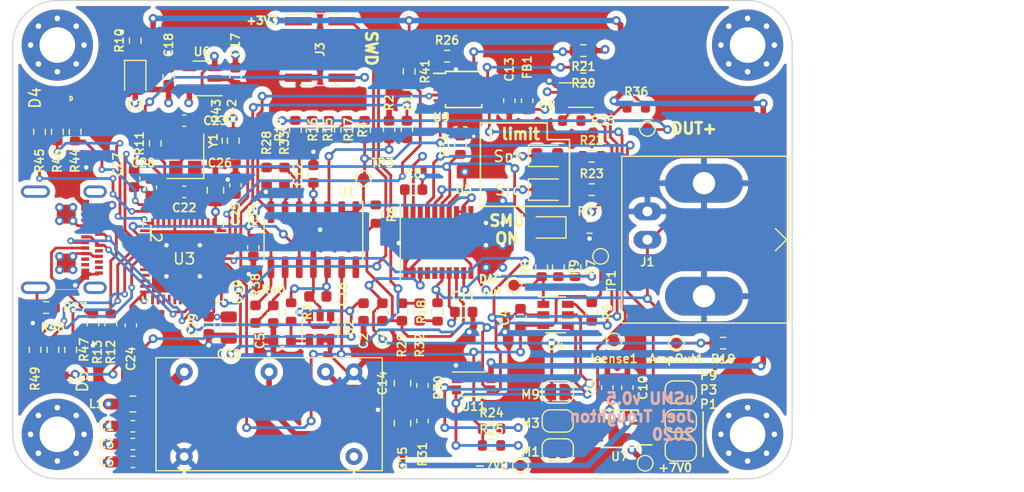
<source format=kicad_pcb>
(kicad_pcb (version 20201116) (generator pcbnew)
  (layers (0 "F.Cu" signal) (1 "In1.Cu" power "Ground") (2 "In2.Cu" power "Power") (31 "B.Cu" signal) (34 "B.Paste" user) (35 "F.Paste" user) (36 "B.SilkS" user "B.Silkscreen") (37 "F.SilkS" user "F.Silkscreen") (38 "B.Mask" user) (39 "F.Mask" user) (44 "Edge.Cuts" user))
  (net 0 "")
  (net 1 "Net-(R15-Pad1)")
  (net 2 "Net-(JP4-Pad2)")
  (net 3 "Net-(C13-Pad2)")
  (net 4 "+7V")
  (net 5 "-7V")
  (net 6 "Net-(AmpOut1-Pad1)")
  (net 7 "no_connect_78")
  (net 8 "VBUS")
  (net 9 "Net-(C5-Pad1)")
  (net 10 "Net-(C16-Pad1)")
  (net 11 "/HSE_IN")
  (net 12 "Net-(C23-Pad1)")
  (net 13 "Net-(D3-Pad1)")
  (net 14 "Net-(D4-Pad1)")
  (net 15 "no_connect_77")
  (net 16 "no_connect_79")
  (net 17 "Net-(R8-Pad1)")
  (net 18 "Net-(R7-Pad2)")
  (net 19 "Net-(R7-Pad1)")
  (net 20 "Net-(R5-Pad2)")
  (net 21 "Net-(D4-Pad4)")
  (net 22 "Net-(R33-Pad1)")
  (net 23 "Net-(R29-Pad2)")
  (net 24 "Net-(R28-Pad1)")
  (net 25 "Net-(D5-Pad1)")
  (net 26 "Net-(R26-Pad1)")
  (net 27 "Net-(R18-Pad1)")
  (net 28 "Net-(R17-Pad2)")
  (net 29 "Net-(R16-Pad1)")
  (net 30 "Net-(R14-Pad1)")
  (net 31 "Net-(R37-Pad1)")
  (net 32 "Net-(R1-Pad2)")
  (net 33 "Net-(L1-Pad2)")
  (net 34 "Net-(JP6-Pad2)")
  (net 35 "Net-(JP5-Pad2)")
  (net 36 "Net-(JP3-Pad2)")
  (net 37 "Net-(JP2-Pad2)")
  (net 38 "Net-(JP1-Pad2)")
  (net 39 "Net-(J1-Pad1)")
  (net 40 "Net-(D4-Pad3)")
  (net 41 "Net-(D2-Pad2)")
  (net 42 "Net-(D2-Pad1)")
  (net 43 "Net-(D1-Pad2)")
  (net 44 "Net-(D1-Pad1)")
  (net 45 "Net-(C7-Pad2)")
  (net 46 "Net-(R38-Pad2)")
  (net 47 "GND")
  (net 48 "/SDA")
  (net 49 "/SCL")
  (net 50 "/I_LIM")
  (net 51 "/DAC_SDA")
  (net 52 "/DAC_SCL")
  (net 53 "/AMP_EN")
  (net 54 "/ADC_SDA")
  (net 55 "/ADC_SCL")
  (net 56 "/2.048V_REF")
  (net 57 "/+4V096")
  (net 58 "Net-(Isense1-Pad1)")
  (net 59 "Net-(J2-PadS1)")
  (net 60 "no_connect_80")
  (net 61 "+3V3")
  (net 62 "Net-(D5-Pad4)")
  (net 63 "Net-(D5-Pad3)")
  (net 64 "Net-(J2-PadB5)")
  (net 65 "no_connect_81")
  (net 66 "Net-(J2-PadA5)")
  (net 67 "/USB_D+")
  (net 68 "no_connect_103")
  (net 69 "no_connect_102")
  (net 70 "/USB_D-")
  (net 71 "/SWDIO")
  (net 72 "/SWCLK")
  (net 73 "no_connect_104")
  (net 74 "/NRST")
  (net 75 "/HSE_OUT")
  (net 76 "/ADC_ALERT")
  (net 77 "no_connect_84")
  (net 78 "Net-(R42-Pad2)")
  (net 79 "no_connect_93")
  (net 80 "no_connect_98")
  (net 81 "no_connect_82")
  (net 82 "no_connect_83")
  (net 83 "/TIM2_CH1")
  (net 84 "no_connect_85")
  (net 85 "no_connect_86")
  (net 86 "no_connect_87")
  (net 87 "no_connect_88")
  (net 88 "no_connect_89")
  (net 89 "no_connect_90")
  (net 90 "no_connect_91")
  (net 91 "/TIM2_CH2")
  (net 92 "no_connect_92")
  (net 93 "no_connect_94")
  (net 94 "no_connect_95")
  (net 95 "no_connect_96")
  (net 96 "/TIM2_CH3")
  (net 97 "/TIM3_CH1")
  (net 98 "/I_DAC")
  (net 99 "no_connect_97")
  (net 100 "/TIM3_CH2")
  (net 101 "/TIM3_CH3")
  (net 102 "no_connect_99")
  (net 103 "no_connect_100")
  (net 104 "no_connect_101")
  (footprint "Resistor_SMD:R_0603_1608Metric" (layer "F.Cu") (at 139 105)
    (fp_text reference "R26")
    (fp_text value "10k")
  )
  (footprint "Capacitor_SMD:C_0603_1608Metric" (layer "F.Cu") (at 136 117)
    (fp_text reference "C8")
    (fp_text value "1uF")
  )
  (footprint "Resistor_SMD:R_0603_1608Metric" (layer "F.Cu") (at 130 111.6 -90)
    (fp_text reference "R4")
    (fp_text value "10k")
  )
  (footprint "Resistor_SMD:R_0603_1608Metric" (layer "F.Cu") (at 128.38 111.6 90)
    (fp_text reference "R16")
    (fp_text value "10k")
  )
  (footprint "Capacitor_SMD:C_0805_2012Metric" (layer "F.Cu") (at 119.4 129.4 -90)
    (fp_text reference "C30")
    (fp_text value "4.7uF")
  )
  (footprint "Resistor_SMD:R_0603_1608Metric" (layer "F.Cu") (at 151.25 104.5 180)
    (fp_text reference "R21")
    (fp_text value "10k")
  )
  (footprint "Jumper:SolderJumper-2_P1.3mm_Open_RoundedPad1.0x1.5mm" (layer "F.Cu") (at 148.95 140.4)
    (fp_text reference "JP3" hide)
    (fp_text value "SolderJumper_2_Open")
  )
  (footprint "Package_DFN_QFN:QFN-48-1EP_7x7mm_P0.5mm_EP5.6x5.6mm" (layer "F.Cu") (at 115.3 123.45 -90)
    (fp_text reference "U10")
    (fp_text value "STM32F072C8Ux")
  )
  (footprint "Resistor_SMD:R_0603_1608Metric" (layer "F.Cu") (at 147.5 124 90)
    (fp_text reference "R8")
    (fp_text value "10k")
  )
  (footprint "Capacitor_SMD:C_0603_1608Metric" (layer "F.Cu") (at 144.6 109 90)
    (fp_text reference "C13")
    (fp_text value "1uF")
  )
  (footprint "Resistor_SMD:R_0603_1608Metric" (layer "F.Cu") (at 163.8 130.8 180)
    (fp_text reference "R19")
    (fp_text value "10")
  )
  (footprint "TestPoint:TestPoint_Pad_D1.0mm" (layer "F.Cu") (at 154 130.6 90)
    (fp_text reference "Isense1")
    (fp_text value "Isense Out")
  )
  (footprint "Jumper:SolderJumper-2_P1.3mm_Open_RoundedPad1.0x1.5mm" (layer "F.Cu") (at 148.95 135.2)
    (fp_text reference "JP1" hide)
    (fp_text value "SolderJumper_2_Open")
  )
  (footprint "Resistor_SMD:R_0603_1608Metric" (layer "F.Cu") (at 104 111.8 90)
    (fp_text reference "R46")
    (fp_text value "1k")
  )
  (footprint "Resistor_SMD:R_0603_1608Metric" (layer "F.Cu") (at 136.55 128 -90)
    (fp_text reference "R32")
    (fp_text value "30k")
  )
  (footprint "Resistor_SMD:R_0603_1608Metric" (layer "F.Cu") (at 105.6 111.8 90)
    (fp_text reference "R44")
    (fp_text value "1k")
  )
  (footprint "Package_TO_SOT_SMD:SOT-23-6" (layer "F.Cu") (at 127.6 129.4 90)
    (fp_text reference "U2")
    (fp_text value "MCP1501T-40E_CHY")
  )
  (footprint "TestPoint:TestPoint_Pad_D1.0mm" (layer "F.Cu") (at 131.5 116 90)
    (fp_text reference "TP3")
    (fp_text value "2V048 Buf")
  )
  (footprint "Resistor_SMD:R_0603_1608Metric" (layer "F.Cu") (at 136.8 137.8 -90)
    (fp_text reference "R31")
    (fp_text value "DNP")
  )
  (footprint "Resistor_SMD:R_0603_1608Metric" (layer "F.Cu") (at 150.5 124 -90)
    (fp_text reference "R7")
    (fp_text value "10k")
  )
  (footprint "uSMU-simple_v1:Linear_FE_TSSOP20" (layer "F.Cu") (at 138.225 121.75)
    (fp_text reference "U5")
    (fp_text value "LT1970")
  )
  (footprint "TestPoint:TestPoint_Pad_D1.0mm" (layer "F.Cu") (at 157 111.5)
    (fp_text reference "TP6" hide)
    (fp_text value "DUT+")
  )
  (footprint "uSMU_v05:E6C0606RGBC3UDA" (layer "F.Cu") (at 104 134.2)
    (fp_text reference "D5")
    (fp_text value "LED_BAGR")
  )
  (footprint "TestPoint:TestPoint_Pad_D1.0mm" (layer "F.Cu") (at 145 125.6)
    (fp_text reference "TP4" hide)
    (fp_text value "DAC Out")
  )
  (footprint "Package_SO:MSOP-10_3x3mm_P0.5mm" (layer "F.Cu") (at 154.5 138.5 180)
    (fp_text reference "U7")
    (fp_text value "LT1991")
  )
  (footprint "Capacitor_SMD:C_0603_1608Metric" (layer "F.Cu") (at 127.4 126.6 180)
    (fp_text reference "C16")
    (fp_text value "1uF")
  )
  (footprint "Capacitor_SMD:C_0603_1608Metric" (layer "F.Cu") (at 115.4 117.2 180)
    (fp_text reference "C22")
    (fp_text value "10pF")
  )
  (footprint "Resistor_SMD:R_0603_1608Metric" (layer "F.Cu") (at 135.4 111.6 -90)
    (fp_text reference "R1")
    (fp_text value "10k")
  )
  (footprint "LED_SMD:LED_0805_2012Metric" (layer "F.Cu") (at 111 107.0625 -90)
    (fp_text reference "D3")
    (fp_text value "LED")
  )
  (footprint "Resistor_SMD:R_0603_1608Metric" (layer "F.Cu") (at 102.4 111.8 90)
    (fp_text reference "R45")
    (fp_text value "1k")
  )
  (footprint "uSMU_v05:CUI_PDM2-S5-D7-D" (layer "F.Cu") (at 115.4 141)
    (fp_text reference "U3")
    (fp_text value "CUI PDM2-S5-D7-D")
  )
  (footprint "Resistor_SMD:R_0603_1608Metric" (layer "F.Cu") (at 103.6 131.4 -90)
    (fp_text reference "R48")
    (fp_text value "1k")
  )
  (footprint "Package_SO:SOIC-14_3.9x8.7mm_P1.27mm" (layer "F.Cu") (at 127 121.5 -90)
    (fp_text reference "U1")
    (fp_text value "MAX44252ASD+T")
  )
  (footprint "Inductor_SMD:L_0603_1608Metric" (layer "F.Cu") (at 146.2 109 90)
    (fp_text reference "FB1")
    (fp_text value "600")
  )
  (footprint "Resistor_SMD:R_0603_1608Metric" (layer "F.Cu") (at 105.2 131.4 -90)
    (fp_text reference "R47")
    (fp_text value "1k")
  )
  (footprint "Capacitor_SMD:C_0603_1608Metric" (layer "F.Cu") (at 127 115.6 -90)
    (fp_text reference "C12")
    (fp_text value "1uF")
  )
  (footprint "Package_TO_SOT_SMD:SOT-23-6" (layer "F.Cu") (at 148.7525 128.26)
    (fp_text reference "U4")
    (fp_text value "MCP4725xxx-xCH")
  )
  (footprint "Resistor_SMD:R_0603_1608Metric" (layer "F.Cu") (at 119.8 112.6 -90)
    (fp_text reference "R42")
    (fp_text value "DNP")
  )
  (footprint "Capacitor_SMD:C_0603_1608Metric" (layer "F.Cu") (at 115.4 110.8)
    (fp_text reference "C23")
    (fp_text value "10pF")
  )
  (footprint "Resistor_SMD:R_0603_1608Metric" (layer "F.Cu") (at 125.38 111.6 90)
    (fp_text reference "R14")
    (fp_text value "10k")
  )
  (footprint "Resistor_SMD:R_0603_1608Metric" (layer "F.Cu") (at 143 138.5)
    (fp_text reference "R24")
    (fp_text value "10k")
  )
  (footprint "Resistor_SMD:R_0603_1608Metric" (layer "F.Cu") (at 133.8 111.6 90)
    (fp_text reference "R2")
    (fp_text value "10k")
  )
  (footprint "Capacitor_SMD:C_0805_2012Metric" (layer "F.Cu") (at 135 138 -90)
    (fp_text reference "C15")
    (fp_text value "2.2uF")
  )
  (footprint "Resistor_SMD:R_0603_1608Metric" (layer "F.Cu") (at 107.2 129 -90)
    (fp_text reference "R13")
    (fp_text value "5.1k")
  )
  (footprint "Resistor_SMD:R_0603_1608Metric" (layer "F.Cu") (at 102 131.4 -90)
    (fp_text reference "R49")
    (fp_text value "1k")
  )
  (footprint "Capacitor_SMD:C_0603_1608Metric" (layer "F.Cu") (at 120 116.6 90)
    (fp_text reference "C25")
    (fp_text value "0.1uF")
  )
  (footprint "Capacitor_SMD:C_0603_1608Metric" (layer "F.Cu") (at 114 106.8 90)
    (fp_text reference "C18")
    (fp_text value "1uF")
  )
  (footprint "Jumper:SolderJumper-2_P1.3mm_Open_RoundedPad1.0x1.5mm" (layer "F.Cu") (at 160 135.2 180)
    (fp_text reference "JP6" hide)
    (fp_text value "SolderJumper_2_Open")
  )
  (footprint "Resistor_SMD:R_0603_1608Metric" (layer "F.Cu") (at 152 114)
    (fp_text reference "R22")
    (fp_text value "1k")
  )
  (footprint "Package_SO:TSSOP-10_3x3mm_P0.5mm" (layer "F.Cu") (at 140.5 108)
    (fp_text reference "U9")
    (fp_text value "ADS1115IDGS")
  )
  (footprint "Resistor_SMD:R_0603_1608Metric" (layer "F.Cu") (at 140.2 113 -90)
    (fp_text reference "R34")
    (fp_text value "10k")
  )
  (footprint "LED_SMD:LED_0805_2012Metric" (layer "F.Cu") (at 148 120.4 180)
    (fp_text reference "SMU ON1" hide)
    (fp_text value "LED")
  )
  (footprint "Resistor_SMD:R_0603_1608Metric" (layer "F.Cu") (at 121.6 122.2 90)
    (fp_text reference "R39")
    (fp_text value "10k")
  )
  (footprint "Resistor_SMD:R_0603_1608Metric" (layer "F.Cu") (at 151.8 120.4)
    (fp_text reference "R37")
    (fp_text value "1k")
  )
  (footprint "Inductor_SMD:L_0805_2012Metric" (layer "F.Cu") (at 110.7875 136.275)
    (fp_text reference "L1")
    (fp_text value "10uH")
  )
  (footprint "Resistor_SMD:R_0603_1608Metric" (layer "F.Cu") (at 151.25 106 180)
    (fp_text reference "R20")
    (fp_text value "10k")
  )
  (footprint "Capacitor_SMD:C_0603_1608Metric" (layer "F.Cu") (at 153.4 134.8 -90)
    (fp_text reference "C9")
    (fp_text value "1uF")
  )
  (footprint "Jumper:SolderJumper-2_P1.3mm_Bridged_RoundedPad1.0x1.5mm" (layer "F.Cu") (at 148.95 137.8)
    (fp_text reference "JP2" hide)
    (fp_text value "SolderJumper_2_Bridged")
  )
  (footprint "Capacitor_SMD:C_0805_2012Metric" (layer "F.Cu") (at 135 134.4 -90)
    (fp_text reference "C14")
    (fp_text value "2.2uF")
  )
  (footprint "Resistor_SMD:R_0603_1608Metric" (layer "F.Cu") (at 135.6 106.375 -90)
    (fp_text reference "R41")
    (fp_text value "10k")
  )
  (footprint "Capacitor_SMD:C_0603_1608Metric" (layer "F.Cu") (at 155.2 134.8 -90)
    (fp_text reference "C10")
    (fp_text value "1uF")
  )
  (footprint "Connector_Coaxial:BNC_Amphenol_B6252HB-NPP3G-50_Horizontal" (layer "F.Cu") (at 157 121.5 -90)
    (fp_text reference "J1")
    (fp_text value "DUT")
  )
  (footprint "Package_TO_SOT_SMD:SOT-23-5" (layer "F.Cu") (at 117 107 180)
    (fp_text reference "U6")
    (fp_text value "TLV75733PDBV")
  )
  (footprint "Package_SO:VSSOP-8_2.3x2mm_P0.5mm" (layer "F.Cu") (at 151 108.5)
    (fp_text reference "U8")
    (fp_text value "PCA9306DC1")
  )
  (footprint "Resistor_SMD:R_0603_1608Metric" (layer "F.Cu") (at 103 127.6)
    (fp_text reference "R27")
    (fp_text value "1Meg")
  )
  (footprint "Capacitor_SMD:C_0603_1608Metric" (layer "F.Cu") (at 145.6 128.5 90)
    (fp_text reference "C4")
    (fp_text value "1uF")
  )
  (footprint "Connector_PinHeader_1.27mm:PinHeader_2x05_P1.27mm_Vertical_SMD" (layer "F.Cu") (at 127.6 104.4)
    (fp_text reference "J3")
    (fp_text value "SWD")
  )
  (footprint "TestPoint:TestPoint_Pad_D1.0mm" (layer "F.Cu") (at 159.6 130.8)
    (fp_text reference "AmpOut1")
    (fp_text value "Amp Out")
  )
  (footprint "Resistor_SMD:R_0603_1608Metric" (layer "F.Cu") (at 111 103.6 90)
    (fp_text reference "R10")
    (fp_text value "1k")
  )
  (footprint "MountingHole:MountingHole_3.2mm_M3_Pad_Via" (layer "F.Cu") (at 166 139)
    (fp_text reference "H1" hide)
    (fp_text value "MountingHole")
  )
  (footprint "Crystal:Crystal_SMD_3225-4Pin_3.2x2.5mm" (layer "F.Cu") (at 115.5 114 90)
    (fp_text reference "Y1")
    (fp_text value "16MHz")
  )
  (footprint "Capacitor_SMD:C_0603_1608Metric" (layer "F.Cu") (at 131.5 128 -90)
    (fp_text reference "C2")
    (fp_text value "1uF")
  )
  (footprint "Resistor_SMD:R_0603_1608Metric" (layer "F.Cu") (at 122.8 115.8 -90)
    (fp_text reference "R28")
    (fp_text value "DNP")
  )
  (footprint "Resistor_SMD:R_0603_1608Metric" (layer "F.Cu") (at 150.2 110.8)
    (fp_text reference "R35")
    (fp_text value "10k")
  )
  (footprint "Resistor_SMD:R_0603_1608Metric" (layer "F.Cu") (at 131.6 111.6 90)
    (fp_text reference "R17")
    (fp_text value "10k")
  )
  (footprint "TestPoint:TestPoint_Pad_D1.0mm" (layer "F.Cu") (at 152.8 123)
    (fp_text reference "TP1")
    (fp_text value "4V096")
  )
  (footprint "Resistor_SMD:R_0603_1608Metric" (layer "F.Cu") (at 152 128 -90)
    (fp_text reference "R5")
    (fp_text value "10k")
  )
  (footprint "Capacitor_SMD:C_0603_1608Metric" (layer "F.Cu") (at 133.2 128 -90)
    (fp_text reference "C7")
    (fp_text value "200pF")
  )
  (footprint "Resistor_SMD:R_0603_1608Metric" (layer "F.Cu") (at 124.4 115.8 90)
    (fp_text reference "R33")
    (fp_text value "0")
  )
  (footprint "Capacitor_SMD:C_0603_1608Metric" (layer "F.Cu") (at 140.5 128)
    (fp_text reference "C11")
    (fp_text value "1uF")
  )
  (footprint "Resistor_SMD:R_0603_1608Metric" (layer "F.Cu") (at 112.8 112.85 90)
    (fp_text reference "R11")
    (fp_text value "47")
  )
  (footprint "Capacitor_SMD:C_0603_1608Metric" (layer "F.Cu") (at 110.6 129.2 -90)
    (fp_text reference "C24")
    (fp_text value "0.1uF")
  )
  (footprint "Capacitor_SMD:C_0603_1608Metric" (layer "F.Cu") (at 110.7875 139.875)
    (fp_text reference "C3")
    (fp_text value "1uF")
  )
  (footprint "Resistor_SMD:R_0603_1608Metric" (layer "F.Cu") (at 134.95 128 90)
    (fp_text reference "R29")
    (fp_text value "30k")
  )
  (footprint "LED_SMD:LED_0805_2012Metric" (layer "F.Cu") (at 148 113.96)
    (fp_text reference "D1" hide)
    (fp_text value "SnkLim")
  )
  (footprint "Capacitor_SMD:C_0603_1608Metric" (layer "F.Cu") (at 110.7875 138.275)
    (fp_text reference "C1")
    (fp_text value "1uF")
  )
  (footprint "MountingHole:MountingHole_3.2mm_M3_Pad_Via" (layer "F.Cu") (at 104 104)
    (fp_text reference "H4" hide)
    (fp_text value "MountingHole")
  )
  (footprint "Resistor_SMD:R_0603_1608Metric" (layer "F.Cu") (at 108.8 129 -90)
    (fp_text reference "R12")
    (fp_text value "5.1k")
  )
  (footprint "LED_SMD:LED_0805_2012Metric" (layer "F.Cu") (at 148 117)
    (fp_text reference "D2" hide)
    (fp_text value "SrcLim")
  )
  (footprint "Capacitor_SMD:C_0603_1608Metric" (layer "F.Cu") (at 110.7875 141.475)
    (fp_text reference "C6")
    (fp_text value "1uF")
  )
  (footprint "Resistor_SMD:R_0603_1608Metric" (layer "F.Cu") (at 132.6 119.2 -90)
    (fp_text reference "R6")
    (fp_text value "10k")
  )
  (footprint "Resistor_SMD:R_0603_1608Metric" (layer "F.Cu") (at 118.28 112.6 90)
    (fp_text reference "R43")
    (fp_text value "10k")
  )
  (footprint "Capacitor_SMD:C_0603_1608Metric" (layer "F.Cu") (at 112.4 116.8 90)
    (fp_text reference "C28")
    (fp_text value "1uF")
  )
  (footprint "Package_SO:VSSOP-8_2.3x2mm_P0.5mm" (layer "F.Cu") (at 141.4 134.5)
    (fp_text reference "U11")
    (fp_text value "PCA9306DC1")
  )
  (footprint "Resistor_SMD:R_0603_1608Metric" (layer "F.Cu") (at 156 109.6 180)
    (fp_text reference "R36")
    (fp_text value "10k")
  )
  (footprint "uSMU_v05:Molex_105450-0101" (layer "F.Cu") (at 106.5 118.4 -90)
    (fp_text reference "J2")
    (fp_text value "Molex 105450-0101")
  )
  (footprint "Capacitor_SMD:C_0603_1608Metric" (layer "F.Cu") (at 124.2 130.6 180)
    (fp_text reference "C5")
    (fp_text value "DNP")
  )
  (footprint "TestPoint:TestPoint_Pad_D1.0mm" (layer "F.Cu") (at 145.6 141.8)
    (fp_text reference "-7V0")
    (fp_text value "-7V0")
  )
  (footprint "Resistor_SMD:R_0603_1608Metric" (layer "F.Cu") (at 152 117)
    (fp_text reference "R23")
    (fp_text value "1k")
  )
  (footprint "Resistor_SMD:R_0603_1608Metric" (layer "F.Cu") (at 149 124 -90)
    (fp_text reference "R9")
    (fp_text value "10k")
  )
  (footprint "Resistor_SMD:R_0603_1608Metric" (layer "F.Cu") (at 126.88 111.6 -90)
    (fp_text reference "R15")
    (fp_text value "10k")
  )
  (footprint "Capacitor_SMD:C_0603_1608Metric" (layer "F.Cu") (at 120 106.8 -90)
    (fp_text reference "C17")
    (fp_text value "1uF")
  )
  (footprint "Capacitor_SMD:C_0603_1608Metric" (layer "F.Cu") (at 110.9 116 90)
    (fp_text reference "C27")
    (fp_text value "10nF")
  )
  (footprint "Capacitor_SMD:C_0805_2012Metric" (layer "F.Cu") (at 118.2 117.05 90)
    (fp_text reference "C26")
    (fp_text value "4.7uF")
  )
  (footprint "Resistor_SMD:R_0603_1608Metric" (layer "F.Cu") (at 136.8 134.6 -90)
    (fp_text reference "R30")
    (fp_text value "DNP")
  )
  (footprint "Jumper:SolderJumper-2_P1.3mm_Bridged_RoundedPad1.0x1.5mm" (layer "F.Cu") (at 160 137.8 180)
    (fp_text reference "JP5" hide)
    (fp_text value "SolderJumper_2_Bridged")
  )
  (footprint "Resistor_SMD:R_0603_1608Metric" (layer "F.Cu") (at 123.4 128.2 -90)
    (fp_text reference "R40")
    (fp_text value "10k")
  )
  (footprint "Jumper:SolderJumper-2_P1.3mm_Open_RoundedPad1.0x1.5mm" (layer "F.Cu") (at 160 140.4 180)
    (fp_text reference "JP4" hide)
    (fp_text value "SolderJumper_2_Open")
  )
  (footprint "Resistor_SMD:R_0603_1608Metric" (layer "F.Cu") (at 143 140)
    (fp_text reference "R25")
    (fp_text value "10k")
  )
  (footprint "Resistor_SMD:R_0603_1608Metric" (layer "F.Cu") (at 121.8 128.19 -90)
    (fp_text reference "R38")
    (fp_text value "10k")
  )
  (footprint "Resistor_SMD:R_0603_1608Metric" (layer "F.Cu") (at 138.15 128 90)
    (fp_text reference "R18")
    (fp_text value "30k")
  )
  (footprint "Capacitor_SMD:C_0603_1608Metric" (layer "F.Cu") (at 117.6 129.2 -90)
    (fp_text reference "C29")
    (fp_text value "0.1uF")
  )
  (footprint "uSMU_v05:E6C0606RGBC3UDA" (layer "F.Cu") (at 104 108.8)
    (fp_text reference "D4")
    (fp_text value "LED_BAGR")
  )
  (footprint "TestPoint:TestPoint_Pad_D1.0mm" (layer "F.Cu") (at 156.8 141.6)
    (fp_text reference "+7V0")
    (fp_text value "+7V0")
  )
  (footprint "Resistor_SMD:R_0603_1608Metric" (layer "F.Cu") (at 125 128 -90)
    (fp_text reference "R3")
    (fp_text value "10k")
  )
  (footprint "MountingHole:MountingHole_3.2mm_M3_Pad_Via" (layer "F.Cu") (at 166 104)
    (fp_text reference "H3" hide)
    (fp_text value "MountingHole")
  )
  (footprint "MountingHole:MountingHole_3.2mm_M3_Pad_Via" (layer "F.Cu") (at 104 139)
    (fp_text reference "H2" hide)
    (fp_text value "MountingHole")
  )
  (gr_line (start 150 118.5) (end 142 118.5) (layer "F.SilkS") (width 0.15))
  (gr_line (start 142 111) (end 148 111) (layer "F.SilkS") (width 0.15))
  (gr_line (start 150 112.5) (end 150 118.5) (layer "F.SilkS") (width 0.15))
  (gr_line (start 148 111) (end 148 111.5) (layer "F.SilkS") (width 0.15))
  (gr_line (start 148 112.5) (end 150 112.5) (layer "F.SilkS") (width 0.15))
  (gr_line (start 162 137) (end 162 141) (layer "F.SilkS") (width 0.15))
  (gr_line (start 148 111.5) (end 148 112.5) (layer "F.SilkS") (width 0.15))
  (gr_line (start 142 118.5) (end 142 111) (layer "F.SilkS") (width 0.15))
  (gr_arc (start 104 139) (end 100 139) (angle -90) (layer "Edge.Cuts") (width 0.1))
  (gr_line (start 166 143) (end 104 143) (layer "Edge.Cuts") (width 0.1))
  (gr_line (start 100 139) (end 100 104) (layer "Edge.Cuts") (width 0.1))
  (gr_arc (start 166 104) (end 170 104) (angle -90) (layer "Edge.Cuts") (width 0.1))
  (gr_line (start 170 104) (end 170 139) (layer "Edge.Cuts") (width 0.1))
  (gr_line (start 104 100) (end 166 100) (layer "Edge.Cuts") (width 0.1))
  (gr_arc (start 104 104) (end 104 100) (angle -90) (layer "Edge.Cuts") (width 0.1))
  (gr_arc (start 166 139) (end 166 143) (angle -90) (layer "Edge.Cuts") (width 0.1))
  (gr_text "uSMU v0.5\nJoel Troughton\n2020" (at 161.4 137.4) (layer "B.SilkS") (effects (font (size 1 1) (thickness 0.25)) (justify left mirror)))
  (gr_text "DAC\nout" (at 144 125.6) (layer "F.SilkS") (effects (font (size 0.7 0.7) (thickness 0.175)) (justify right)))
  (gr_text "Src" (at 144.5 117) (layer "F.SilkS") (effects (font (size 1 1))))
  (gr_text "I limit" (at 145 112) (layer "F.SilkS") (effects (font (size 1 1) (thickness 0.25))))
  (gr_text "SMU\nON" (at 144.4 120.6) (layer "F.SilkS") (effects (font (size 1 1) (thickness 0.25))))
  (gr_text "+3V3" (at 122.4 101.8) (layer "F.SilkS") (effects (font (size 0.7 0.7) (thickness 0.175))))
  (gr_text "P9\nP3\nP1" (at 162.5 135) (layer "F.SilkS") (effects (font (size 0.8 0.8))))
  (gr_text "Snk" (at 144.5 114) (layer "F.SilkS") (effects (font (size 1 1))))
  (gr_text "M9\n\nM3\n\nM1" (at 146.5 138) (layer "F.SilkS") (effects (font (size 0.8 0.8))))
  (gr_text "SWD" (at 132.2 104.3 270) (layer "F.SilkS") (effects (font (size 1 1) (thickness 0.25))))
  (gr_text "DUT+" (at 159 111.5) (layer "F.SilkS") (effects (font (size 1 1) (thickness 0.25)) (justify left)))
  (segment (start 126.88 110.8125) (end 128.38 110.8125) (width 0.25) (layer "F.Cu") (net 1))
  (segment (start 158.45 139.5) (end 159.35 140.4) (width 0.25) (layer "F.Cu") (net 2))
  (segment (start 156.7 139.5) (end 158.45 139.5) (width 0.25) (layer "F.Cu") (net 2))
  (segment (start 142.65 108) (end 144.3875 108) (width 0.25) (layer "F.Cu") (net 3))
  (segment (start 144.6 108.2125) (end 146.2 108.2125) (width 0.25) (layer "F.Cu") (net 3))
  (segment (start 144.3875 108) (end 144.6 108.2125) (width 0.25) (layer "F.Cu") (net 3))
  (segment (start 139.2 127.4875) (end 139.2 124.5) (width 0.25) (layer "F.Cu") (net 4))
  (segment (start 135.97501 118.97499) (end 135.97501 116.02499) (width 0.25) (layer "F.Cu") (net 4))
  (segment (start 129.52 134.8) (end 132.325 134.8) (width 0.5) (layer "F.Cu") (net 4))
  (segment (start 153.6 136.6) (end 153.6 136.8) (width 0.5) (layer "F.Cu") (net 4))
  (segment (start 152.3 138) (end 153.25 138) (width 0.25) (layer "F.Cu") (net 4))
  (segment (start 127 117.4) (end 127 116.3875) (width 0.25) (layer "F.Cu") (net 4))
  (segment (start 136.4375 133.45) (end 136.8 133.8125) (width 0.5) (layer "F.Cu") (net 4))
  (segment (start 156.8 141.6) (end 155.6 140.4) (width 0.5) (layer "F.Cu") (net 4))
  (segment (start 135 133.45) (end 136.4375 133.45) (width 0.5) (layer "F.Cu") (net 4))
  (segment (start 132.325 134.8) (end 133.675 133.45) (width 0.5) (layer "F.Cu") (net 4))
  (segment (start 153.25 138) (end 153.6 137.65) (width 0.25) (layer "F.Cu") (net 4))
  (segment (start 133.675 133.45) (end 135 133.45) (width 0.5) (layer "F.Cu") (net 4))
  (segment (start 139.7125 128) (end 139.7125 128.6875) (width 0.25) (layer "F.Cu") (net 4))
  (segment (start 135.97501 114.82499) (end 136.8 114) (width 0.25) (layer "F.Cu") (net 4))
  (segment (start 152.7875 117) (end 152.7875 118.2125) (width 0.25) (layer "F.Cu") (net 4))
  (segment (start 153.6 135.7875) (end 153.4 135.5875) (width 0.25) (layer "F.Cu") (net 4))
  (segment (start 135.95 119) (end 135.97501 118.97499) (width 0.25) (layer "F.Cu") (net 4))
  (segment (start 128.1 133.38) (end 129.52 134.8) (width 0.5) (layer "F.Cu") (net 4))
  (segment (start 153.6 137.65) (end 153.6 136.6) (width 0.25) (layer "F.Cu") (net 4))
  (segment (start 153.6 136.6) (end 153.6 135.7875) (width 0.25) (layer "F.Cu") (net 4))
  (segment (start 135.97501 116.02499) (end 135.97501 114.82499) (width 0.25) (layer "F.Cu") (net 4))
  (segment (start 152.7875 118.2125) (end 152 119) (width 0.25) (layer "F.Cu") (net 4))
  (segment (start 139.7125 128) (end 139.2 127.4875) (width 0.25) (layer "F.Cu") (net 4))
  (segment (start 152.7875 114) (end 152.7875 117) (width 0.5) (layer "F.Cu") (net 4))
  (segment (start 127 119.025) (end 127 116.3875) (width 0.25) (layer "F.Cu") (net 4))
  (segment (start 139.7125 128.6875) (end 139.4 129) (width 0.25) (layer "F.Cu") (net 4))
  (via (at 139.4 129) (size 0.8) (drill 0.4) (layers "F.Cu" "B.Cu") (net 4))
  (via (at 155.6 140.4) (size 0.8) (drill 0.4) (layers "F.Cu" "B.Cu") (net 4))
  (via (at 127 117.4) (size 0.8) (drill 0.4) (layers "F.Cu" "B.Cu") (net 4))
  (via (at 152 119) (size 0.8) (drill 0.4) (layers "F.Cu" "B.Cu") (net 4))
  (via (at 153.6 136.8) (size 0.8) (drill 0.4) (layers "F.Cu" "B.Cu") (net 4))
  (via (at 136.8 114) (size 0.8) (drill 0.4) (layers "F.Cu" "B.Cu") (net 4))
  (segment (start 138.05 121.75) (end 138.225 121.75) (width 0.25) (layer "F.Cu") (net 5))
  (segment (start 135.3 119) (end 135.3 119.775) (width 0.25) (layer "F.Cu") (net 5))
  (segment (start 141.15 119.775) (end 139.175 121.75) (width 0.25) (layer "F.Cu") (net 5))
  (segment (start 123.02 133.38) (end 123.02 136.62) (width 0.5) (layer "F.Cu") (net 5))
  (segment (start 135 138.95) (end 136.4375 138.95) (width 0.5) (layer "F.Cu") (net 5))
  (segment (start 141.15 124.5) (end 141.15 123.725) (width 0.25) (layer "F.Cu") (net 5))
  (segment (start 155.2 137.8) (end 155.4 138) (width 0.25) (layer "F.Cu") (net 5))
  (segment (start 135.3 124.5) (end 138.05 121.75) (width 0.25) (layer "F.Cu") (net 5))
  (segment (start 137.275 121.75) (end 138.225 121.75) (width 0.25) (layer "F.Cu") (net 5))
  (segment (start 123.02 136.62) (end 125.35 138.95) (width 0.5) (layer "F.Cu") (net 5))
  (segment (start 155.2 137.6) (end 155.2 135.5875) (width 0.5) (layer "F.Cu") (net 5))
  (segment (start 139.175 121.75) (end 138.225 121.75) (width 0.25) (layer "F.Cu") (net 5))
  (segment (start 125.35 138.95) (end 135 138.95) (width 0.5) (layer "F.Cu") (net 5))
  (segment (start 155.2 137.6) (end 155.2 137.8) (width 0.25) (layer "F.Cu") (net 5))
  (segment (start 135.2125 117) (end 135.2125 118.9125) (width 0.25) (layer "F.Cu") (net 5))
  (segment (start 145.6 141.8) (end 144.2 141.8) (width 0.5) (layer "F.Cu") (net 5))
  (segment (start 134.67501 121.8) (end 138.175 121.8) (width 0.5) (layer "F.Cu") (net 5))
  (segment (start 135.2125 118.9125) (end 135.3 119) (width 0.25) (layer "F.Cu") (net 5))
  (segment (start 138.175 121.8) (end 138.225 121.75) (width 0.5) (layer "F.Cu") (net 5))
  (segment (start 141.15 123.725) (end 139.175 121.75) (width 0.25) (layer "F.Cu") (net 5))
  (segment (start 135 138.95) (end 135 141.8) (width 0.5) (layer "F.Cu") (net 5))
  (segment (start 141.15 119) (end 141.15 119.775) (width 0.25) (layer "F.Cu") (net 5))
  (segment (start 136.4375 138.95) (end 136.8 138.5875) (width 0.5) (layer "F.Cu") (net 5))
  (segment (start 155.4 138) (end 156.7 138) (width 0.25) (layer "F.Cu") (net 5))
  (segment (start 135.3 119.775) (end 137.275 121.75) (width 0.25) (layer "F.Cu") (net 5))
  (segment (start 135.95 124.5) (end 135.3 124.5) (width 0.25) (layer "F.Cu") (net 5))
  (via (at 144 120) (size 0.8) (drill 0.4) (layers "F.Cu" "B.Cu") (net 5))
  (via (at 144 122) (size 0.8) (drill 0.4) (layers "F.Cu" "B.Cu") (net 5))
  (via (at 142.5 120) (size 0.8) (drill 0.4) (layers "F.Cu" "B.Cu") (net 5))
  (via (at 135 141.8) (size 0.8) (drill 0.4) (layers "F.Cu" "B.Cu") (net 5))
  (via (at 134.67501 121.8) (size 0.8) (drill 0.4) (layers "F.Cu" "B.Cu") (net 5))
  (via (at 142.5 124) (size 0.8) (drill 0.4) (layers "F.Cu" "B.Cu") (net 5))
  (via (at 155.2 138) (size 0.8) (drill 0.4) (layers "F.Cu" "B.Cu") (net 5))
  (via (at 144.2 141.8) (size 0.8) (drill 0.4) (layers "F.Cu" "B.Cu") (net 5))
  (via (at 144 118) (size 0.8) (drill 0.4) (layers "F.Cu" "B.Cu") (net 5))
  (via (at 142.5 122) (size 0.8) (drill 0.4) (layers "F.Cu" "B.Cu") (net 5))
  (via (at 142.5 126) (size 0.8) (drill 0.4) (layers "F.Cu" "B.Cu") (net 5))
  (via (at 144 124) (size 0.8) (drill 0.4) (layers "F.Cu" "B.Cu") (net 5))
  (segment (start 155.2 138) (end 155.2 137.6) (width 0.5) (layer "B.Cu") (net 5))
  (segment (start 135 141.8) (end 137.85 141.8) (width 0.5) (layer "B.Cu") (net 5))
  (segment (start 137.85 141.8) (end 144.2 141.8) (width 0.5) (layer "B.Cu") (net 5))
  (segment (start 151.660002 141.8) (end 155.2 138.260002) (width 0.5) (layer "B.Cu") (net 5))
  (segment (start 144.2 141.8) (end 151.660002 141.8) (width 0.5) (layer "B.Cu") (net 5))
  (segment (start 133.2 127.2125) (end 132.39999 128.01251) (width 0.25) (layer "F.Cu") (net 6))
  (segment (start 137.25 124.5) (end 136.6 124.5) (width 0.25) (layer "F.Cu") (net 6))
  (segment (start 136.6 124.5) (end 136.6 125.6) (width 0.25) (layer "F.Cu") (net 6))
  (segment (start 148.3 135.2) (end 148.3 140.4) (width 0.25) (layer "F.Cu") (net 6))
  (segment (start 132.39999 128.01251) (end 132.39999 129.59999) (width 0.25) (layer "F.Cu") (net 6))
  (segment (start 148.4 135.1) (end 148.3 135.2) (width 0.25) (layer "F.Cu") (net 6))
  (segment (start 132 125.6) (end 132 125.80625) (width 0.25) (layer "F.Cu") (net 6))
  (segment (start 163.0125 130.8) (end 161.8 130.8) (width 0.25) (layer "F.Cu") (net 6))
  (segment (start 148.4 130.8) (end 148.4 135.1) (width 0.25) (layer "F.Cu") (net 6))
  (segment (start 132.39999 129.59999) (end 133.2 130.4) (width 0.25) (layer "F.Cu") (net 6))
  (segment (start 161.8 130.8) (end 159.6 130.8) (width 0.25) (layer "F.Cu") (net 6))
  (segment (start 133.2 127.00625) (end 133.2 127.2125) (width 0.25) (layer "F.Cu") (net 6))
  (segment (start 132 125.80625) (end 133.2 127.00625) (width 0.25) (layer "F.Cu") (net 6))
  (via (at 136.6 125.6) (size 0.8) (drill 0.4) (layers "F.Cu" "B.Cu") (net 6))
  (via (at 132 125.6) (size 0.8) (drill 0.4) (layers "F.Cu" "B.Cu") (net 6))
  (via (at 161.8 130.8) (size 0.8) (drill 0.4) (layers "F.Cu" "B.Cu") (net 6))
  (via (at 148.4 130.8) (size 0.8) (drill 0.4) (layers "F.Cu" "B.Cu") (net 6))
  (via (at 133.2 130.4) (size 0.8) (drill 0.4) (layers "F.Cu" "B.Cu") (net 6))
  (segment (start 133.6 130.8) (end 148.4 130.8) (width 0.25) (layer "B.Cu") (net 6))
  (segment (start 132.6 125) (end 132 125.6) (width 0.25) (layer "B.Cu") (net 6))
  (segment (start 161.8 130.8) (end 148.4 130.8) (width 0.25) (layer "B.Cu") (net 6))
  (segment (start 136 125) (end 132.6 125) (width 0.25) (layer "B.Cu") (net 6))
  (segment (start 133.2 130.4) (end 133.6 130.8) (width 0.25) (layer "B.Cu") (net 6))
  (segment (start 136.6 125.6) (end 136 125) (width 0.25) (layer "B.Cu") (net 6))
  (segment (start 148.05 108.25) (end 148 108.2) (width 0.25) (layer "F.Cu") (net 8))
  (segment (start 120 106.025) (end 118.1625 106.025) (width 0.5) (layer "F.Cu") (net 8))
  (segment (start 130.9525 127.2125) (end 130.265 127.9) (width 0.25) (layer "F.Cu") (net 8))
  (segment (start 106.5 120.25) (end 105.85 120.25) (width 0.25) (layer "F.Cu") (net 8))
  (segment (start 107.74 120) (end 107.280364 120) (width 0.25) (layer "F.Cu") (net 8))
  (segment (start 105.4 123) (end 105.65 122.75) (width 0.25) (layer "F.Cu") (net 8))
  (segment (start 110 141.475) (end 108.5875 141.475) (width 1) (layer "F.Cu") (net 8))
  (segment (start 107.74 123) (end 107.209634 123) (width 0.25) (layer "F.Cu") (net 8))
  (segment (start 126.97 129.4) (end 128.23 129.4) (width 0.25) (layer "F.Cu") (net 8))
  (segment (start 117 106.525) (end 117 107.475) (width 0.25) (layer "F.Cu") (net 8))
  (segment (start 107.280364 120) (end 107.030364 120.25) (width 0.25) (layer "F.Cu") (net 8))
  (segment (start 146.2 109.7875) (end 147.7875 109.7875) (width 0.25) (layer "F.Cu") (net 8))
  (segment (start 109.85 136.275) (end 108.5875 136.275) (width 1) (layer "F.Cu") (net 8))
  (segment (start 130.4 130.2) (end 130.4 128.035) (width 0.25) (layer "F.Cu") (net 8))
  (segment (start 110 138.275) (end 108.5875 138.275) (width 1) (layer "F.Cu") (net 8))
  (segment (start 128.23 129.4) (end 128.55 129.08) (width 0.25) (layer "F.Cu") (net 8))
  (segment (start 152.0375 104.5) (end 153.1 104.5) (width 0.5) (layer "F.Cu") (net 8))
  (segment (start 109.85 136.275) (end 109.85 133.15) (width 0.25) (layer "F.Cu") (net 8))
  (segment (start 110 138.275) (end 110 141.475) (width 0.25) (layer "F.Cu") (net 8))
  (segment (start 126.1 128.3) (end 125.8 128) (width 0.25) (layer "F.Cu") (net 8))
  (segment (start 149.45 108.25) (end 148.05 108.25) (width 0.25) (layer "F.Cu") (net 8))
  (segment (start 117 107.475) (end 117.475 107.95) (width 0.25) (layer "F.Cu") (net 8))
  (segment (start 105.65 122.75) (end 106.5 122.75) (width 0.25) (layer "F.Cu") (net 8))
  (segment (start 110 136.425) (end 109.85 136.275) (width 1) (layer "F.Cu") (net 8))
  (segment (start 118.1625 106.025) (end 118.1375 106.05) (width 0.5) (layer "F.Cu") (net 8))
  (segment (start 128.55 129.08) (end 128.55 128.3) (width 0.25) (layer "F.Cu") (net 8))
  (segment (start 104.2 118.6) (end 105.4 118.6) (width 0.5) (layer "F.Cu") (net 8))
  (segment (start 105.4 119.8) (end 104.2 118.6) (width 0.5) (layer "F.Cu") (net 8))
  (segment (start 110 141.475) (end 110 136.425) (width 1) (layer "F.Cu") (net 8))
  (segment (start 126.65 128.3) (end 126.65 129.08) (width 0.25) (layer "F.Cu") (net 8))
  (segment (start 105.4 118.6) (end 105.4 119.8) (width 0.5) (layer "F.Cu") (net 8))
  (segment (start 153.1 104.5) (end 153.2 104.4) (width 0.5) (layer "F.Cu") (net 8))
  (segment (start 130.4 128.035) (end 130.265 127.9) (width 0.25) (layer "F.Cu") (net 8))
  (segment (start 131.5 127.2125) (end 130.9525 127.2125) (width 0.25) (layer "F.Cu") (net 8))
  (segment (start 118.1375 106.05) (end 118.1375 105.0375) (width 0.5) (layer "F.Cu") (net 8))
  (segment (start 147.7875 109.7875) (end 147.8 109.8) (width 0.25) (layer "F.Cu") (net 8))
  (segment (start 105.4 123) (end 105.4 124.2) (width 0.5) (layer "F.Cu") (net 8))
  (segment (start 107.030364 120.25) (end 106.5 120.25) (width 0.25) (layer "F.Cu") (net 8))
  (segment (start 117.475 106.05) (end 117 106.525) (width 0.25) (layer "F.Cu") (net 8))
  (segment (start 105.4 124.2) (end 104.2 124.2) (width 0.5) (layer "F.Cu") (net 8))
  (segment (start 110 139.875) (end 108.5875 139.875) (width 1) (layer "F.Cu") (net 8))
  (segment (start 104.2 123) (end 105.4 123) (width 0.5) (layer "F.Cu") (net 8))
  (segment (start 104.2 119.8) (end 105.4 118.6) (width 0.5) (layer "F.Cu") (net 8))
  (segment (start 118.1375 106.05) (end 117.475 106.05) (width 0.25) (layer "F.Cu") (net 8))
  (segment (start 117.475 107.95) (end 118.1375 107.95) (width 0.25) (layer "F.Cu") (net 8))
  (segment (start 120 106.025) (end 120 104.9) (width 0.5) (layer "F.Cu") (net 8))
  (segment (start 152.0375 104.5) (end 152.0375 106) (width 0.5) (layer "F.Cu") (net 8))
  (segment (start 109.85 133.15) (end 112.6 130.4) (width 0.25) (layer "F.Cu") (net 8))
  (segment (start 126.65 128.3) (end 126.1 128.3) (width 0.25) (layer "F.Cu") (net 8))
  (segment (start 105.45 122.95) (end 105.4 123) (width 0.25) (layer "F.Cu") (net 8))
  (segment (start 104.2 119.8) (end 104.2 118.6) (width 0.5) (layer "F.Cu") (net 8))
  (segment (start 105.4 124.2) (end 104.2 123) (width 0.5) (layer "F.Cu") (net 8))
  (segment (start 104.2 124.2) (end 104.2 123) (width 0.5) (layer "F.Cu") (net 8))
  (segment (start 105.85 120.25) (end 105.4 119.8) (width 0.25) (layer "F.Cu") (net 8))
  (segment (start 106.959634 122.75) (end 106.5 122.75) (width 0.25) (layer "F.Cu") (net 8))
  (segment (start 118.1375 105.0375) (end 118.1 105) (width 0.5) (layer "F.Cu") (net 8))
  (segment (start 126.65 128.3) (end 126.65 128.25) (width 0.25) (layer "F.Cu") (net 8))
  (segment (start 126.65 129.08) (end 126.97 129.4) (width 0.25) (layer "F.Cu") (net 8))
  (segment (start 104.2 124.2) (end 105.4 123) (width 0.5) (layer "F.Cu") (net 8))
  (segment (start 105.4 119.8) (end 104.2 119.8) (width 0.5) (layer "F.Cu") (net 8))
  (segment (start 107.209634 123) (end 106.959634 122.75) (width 0.25) (layer "F.Cu") (net 8))
  (via (at 105.4 123) (size 0.8) (drill 0.4) (layers "F.Cu" "B.Cu") (net 8))
  (via (at 130.265 127.9) (size 0.8) (drill 0.4) (layers "F.Cu" "B.Cu") (net 8))
  (via (at 148 108.2) (size 0.8) (drill 0.4) (layers "F.Cu" "B.Cu") (net 8))
  (via (at 153.2 104.4) (size 0.8) (drill 0.4) (layers "F.Cu" "B.Cu") (net 8))
  (via (at 104.2 123) (size 0.8) (drill 0.4) (layers "F.Cu" "B.Cu") (net 8))
  (via (at 120 104.9) (size 0.8) (drill 0.4) (layers "F.Cu" "B.Cu") (net 8))
  (via (at 108.5875 139.875) (size 0.8) (drill 0.4) (layers "F.Cu" "B.Cu") (net 8))
  (via (at 104.2 119.8) (size 0.8) (drill 0.4) (layers "F.Cu" "B.Cu") (net 8))
  (via (at 125.8 128) (size 0.8) (drill 0.4) (layers "F.Cu" "B.Cu") (net 8))
  (via (at 104.2 124.2) (size 0.8) (drill 0.4) (layers "F.Cu" "B.Cu") (net 8))
  (via (at 105.4 118.6) (size 0.8) (drill 0.4) (layers "F.Cu" "B.Cu") (net 8))
  (via (at 105.4 124.2) (size 0.8) (drill 0.4) (layers "F.Cu" "B.Cu") (net 8))
  (via (at 112.6 130.4) (size 0.8) (drill 0.4) (layers "F.Cu" "B.Cu") (net 8))
  (via (at 108.5875 138.275) (size 0.8) (drill 0.4) (layers "F.Cu" "B.Cu") (net 8))
  (via (at 108.5875 136.275) (size 0.8) (drill 0.4) (layers "F.Cu" "B.Cu") (net 8))
  (via (at 104.2 118.6) (size 0.8) (drill 0.4) (layers "F.Cu" "B.Cu") (net 8))
  (via (at 105.4 119.8) (size 0.8) (drill 0.4) (layers "F.Cu" "B.Cu") (net 8))
  (via (at 108.5875 141.475) (size 0.8) (drill 0.4) (layers "F.Cu" "B.Cu") (net 8))
  (via (at 130.4 130.2) (size 0.8) (drill 0.4) (layers "F.Cu" "B.Cu") (net 8))
  (via (at 118.1 105) (size 0.8) (drill 0.4) (layers "F.Cu" "B.Cu") (net 8))
  (via (at 147.8 109.8) (size 0.8) (drill 0.4) (layers "F.Cu" "B.Cu") (net 8))
  (segment (start 117.126998 130.4) (end 117.326998 130.2) (width 0.25) (layer "B.Cu") (net 8))
  (segment (start 112.6 130.4) (end 117.126998 130.4) (width 0.25) (layer "B.Cu") (net 8))
  (segment (start 125.8 128) (end 125.600001 128.199999) (width 0.25) (layer "B.Cu") (net 8))
  (segment (start 130.265 127.9) (end 125.9 127.9) (width 0.25) (layer "B.Cu") (net 8))
  (segment (start 125.8 128) (end 126.4 128) (width 0.25) (layer "B.Cu") (net 8))
  (segment (start 117.326998 130.2) (end 130.4 130.2) (width 0.25) (layer "B.Cu") (net 8))
  (segment (start 125.9 127.9) (end 125.8 128) (width 0.25) (layer "B.Cu") (net 8))
  (segment (start 124.9875 130.6) (end 124.9875 128.925) (width 0.25) (layer "F.Cu") (net 9))
  (segment (start 126.55 130.6) (end 126.65 130.5) (width 0.25) (layer "F.Cu") (net 9))
  (segment (start 125 130.5875) (end 124.9875 130.6) (width 0.25) (layer "F.Cu") (net 9))
  (segment (start 124.9875 130.6) (end 126.55 130.6) (width 0.25) (layer "F.Cu") (net 9))
  (segment (start 124.9875 128.925) (end 125 128.9125) (width 0.25) (layer "F.Cu") (net 9))
  (segment (start 128.175 124.07) (end 128.27 123.975) (width 0.25) (layer "F.Cu") (net 10))
  (segment (start 125 126.2) (end 125.3 125.9) (width 0.25) (layer "F.Cu") (net 10))
  (segment (start 125 127.0875) (end 125 126.2) (width 0.25) (layer "F.Cu") (net 10))
  (segment (start 128.175 125.725) (end 128.175 124.07) (width 0.25) (layer "F.Cu") (net 10))
  (segment (start 128.175 126.6) (end 128.175 125.725) (width 0.25) (layer "F.Cu") (net 10))
  (via (at 128.175 125.725) (size 0.8) (drill 0.4) (layers "F.Cu" "B.Cu") (net 10))
  (via (at 125.3 125.9) (size 0.8) (drill 0.4) (layers "F.Cu" "B.Cu") (net 10))
  (segment (start 125.3 125.9) (end 128 125.9) (width 0.25) (layer "B.Cu") (net 10))
  (segment (start 128 125.9) (end 128.175 125.725) (width 0.25) (layer "B.Cu") (net 10))
  (segment (start 116.05 117.325) (end 116.05 120.0125) (width 0.25) (layer "F.Cu") (net 11))
  (segment (start 116.175 117.2) (end 116.05 117.325) (width 0.25) (layer "F.Cu") (net 11))
  (segment (start 116.35 117.025) (end 116.175 117.2) (width 0.25) (layer "F.Cu") (net 11))
  (segment (start 116.35 115.1) (end 116.35 117.025) (width 0.25) (layer "F.Cu") (net 11))
  (segment (start 114.65 112.9) (end 114.65 110.825) (width 0.25) (layer "F.Cu") (net 12))
  (segment (start 113.9375 110.8) (end 114.625 110.8) (width 0.25) (layer "F.Cu") (net 12))
  (segment (start 114.65 110.825) (end 114.625 110.8) (width 0.25) (layer "F.Cu") (net 12))
  (segment (start 112.8 111.9375) (end 113.9375 110.8) (width 0.25) (layer "F.Cu") (net 12))
  (segment (start 111 106.125) (end 111 104.425) (width 0.25) (layer "F.Cu") (net 13))
  (segment (start 103.3 108.3) (end 103.85 108.3) (width 0.25) (layer "F.Cu") (net 14))
  (segment (start 104 108.45) (end 104 110.975) (width 0.25) (layer "F.Cu") (net 14))
  (segment (start 103.85 108.3) (end 104 108.45) (width 0.25) (layer "F.Cu") (net 14))
  (segment (start 145 125.6) (end 146.6875 125.6) (width 0.25) (layer "F.Cu") (net 17))
  (segment (start 146.6875 125.6) (end 147.5 124.7875) (width 0.25) (layer "F.Cu") (net 17))
  (segment (start 147.6525 124.94) (end 147.5 124.7875) (width 0.25) (layer "F.Cu") (net 17))
  (segment (start 147.6525 127.31) (end 147.6525 124.94) (width 0.25) (layer "F.Cu") (net 17))
  (segment (start 149 124.7875) (end 150.5 124.7875) (width 0.25) (layer "F.Cu") (net 18))
  (segment (start 140.5 125.9) (end 140.5 124.5) (width 0.25) (layer "F.Cu") (net 18))
  (segment (start 150.5 124.7875) (end 151.9875 124.7875) (width 0.25) (layer "F.Cu") (net 18))
  (segment (start 151.9875 124.7875) (end 152 124.8) (width 0.25) (layer "F.Cu") (net 18))
  (segment (start 140.6 126) (end 140.5 125.9) (width 0.25) (layer "F.Cu") (net 18))
  (segment (start 149 124.7875) (end 148.747664 124.7875) (width 0.25) (layer "F.Cu") (net 18))
  (via (at 140.6 126) (size 0.8) (drill 0.4) (layers "F.Cu" "B.Cu") (net 18))
  (via (at 152 124.8) (size 0.8) (drill 0.4) (layers "F.Cu" "B.Cu") (net 18))
  (segment (start 141.8 124.8) (end 140.6 126) (width 0.25) (layer "B.Cu") (net 18))
  (segment (start 152 124.8) (end 141.8 124.8) (width 0.25) (layer "B.Cu") (net 18))
  (segment (start 147.5 123.2125) (end 150.5 123.2125) (width 0.25) (layer "F.Cu") (net 19))
  (segment (start 149.8525 127.31) (end 150.5225 127.31) (width 0.25) (layer "F.Cu") (net 20))
  (segment (start 150.5225 127.31) (end 152 128.7875) (width 0.25) (layer "F.Cu") (net 20))
  (segment (start 104.7 109.3) (end 105.2 109.8) (width 0.25) (layer "F.Cu") (net 21))
  (segment (start 105.6 110.2) (end 105.6 110.975) (width 0.25) (layer "F.Cu") (net 21))
  (segment (start 105.2 109.8) (end 105.6 110.2) (width 0.25) (layer "F.Cu") (net 21))
  (segment (start 123.19 119.025) (end 123.19 117.7975) (width 0.25) (layer "F.Cu") (net 22))
  (segment (start 137.479714 108.5) (end 137.387979 108.591735) (width 0.25) (layer "F.Cu") (net 22))
  (segment (start 123.19 119.025) (end 122 117.835) (width 0.25) (layer "F.Cu") (net 22))
  (segment (start 122 110.273002) (end 122.4 109.873002) (width 0.25) (layer "F.Cu") (net 22))
  (segment (start 122.4 109.873002) (end 122.4 108.6) (width 0.25) (layer "F.Cu") (net 22))
  (segment (start 122 117.835) (end 122 110.273002) (width 0.25) (layer "F.Cu") (net 22))
  (segment (start 123.19 117.7975) (end 124.4 116.5875) (width 0.25) (layer "F.Cu") (net 22))
  (segment (start 138.35 108.5) (end 137.479714 108.5) (width 0.25) (layer "F.Cu") (net 22))
  (via (at 122.4 108.6) (size 0.8) (drill 0.4) (layers "F.Cu" "B.Cu") (net 22))
  (via (at 137.387979 108.591735) (size 0.6) (drill 0.3) (layers "F.Cu" "B.Cu") (net 22))
  (segment (start 122.4 108.6) (end 136.6 108.6) (width 0.25) (layer "B.Cu") (net 22))
  (segment (start 136.608265 108.591735) (end 136.6 108.6) (width 0.25) (layer "B.Cu") (net 22))
  (segment (start 137.387979 108.591735) (end 136.608265 108.591735) (width 0.25) (layer "B.Cu") (net 22))
  (segment (start 134.8 127.2125) (end 136.4 127.2125) (width 0.25) (layer "F.Cu") (net 23))
  (segment (start 124.4 115.0125) (end 122.8 115.0125) (width 0.25) (layer "F.Cu") (net 24))
  (segment (start 124.46 117.957582) (end 125.27999 117.137592) (width 0.25) (layer "F.Cu") (net 24))
  (segment (start 124.46 119.025) (end 124.46 117.957582) (width 0.25) (layer "F.Cu") (net 24))
  (segment (start 125.27999 117.137592) (end 125.27999 115.89249) (width 0.25) (layer "F.Cu") (net 24))
  (segment (start 125.27999 115.89249) (end 124.4 115.0125) (width 0.25) (layer "F.Cu") (net 24))
  (segment (start 102 132.6) (end 103.1 133.7) (width 0.25) (layer "F.Cu") (net 25))
  (segment (start 102 132.225) (end 102 132.6) (width 0.25) (layer "F.Cu") (net 25))
  (segment (start 103.1 133.7) (end 103.3 133.7) (width 0.25) (layer "F.Cu") (net 25))
  (segment (start 138.35 107) (end 138.35 105.1375) (width 0.25) (layer "F.Cu") (net 26))
  (segment (start 138.35 105.1375) (end 138.2125 105) (width 0.25) (layer "F.Cu") (net 26))
  (segment (start 136.4 128.7875) (end 138 128.7875) (width 0.25) (layer "F.Cu") (net 27))
  (segment (start 124.75 111.6) (end 129.2125 111.6) (width 0.25) (layer "F.Cu") (net 28))
  (segment (start 130 110.8125) (end 131.6 110.8125) (width 0.25) (layer "F.Cu") (net 28))
  (segment (start 125.73 114.257582) (end 124.45 112.977582) (width 0.25) (layer "F.Cu") (net 28))
  (segment (start 124.45 111.9) (end 124.75 111.6) (width 0.25) (layer "F.Cu") (net 28))
  (segment (start 125.73 119.025) (end 125.73 114.257582) (width 0.25) (layer "F.Cu") (net 28))
  (segment (start 124.45 112.977582) (end 124.45 111.9) (width 0.25) (layer "F.Cu") (net 28))
  (segment (start 129.2125 111.6) (end 130 110.8125) (width 0.25) (layer "F.Cu") (net 28))
  (segment (start 128.38 112.3875) (end 130 112.3875) (width 0.25) (layer "F.Cu") (net 29))
  (segment (start 125.38 112.3875) (end 126.88 112.3875) (width 0.25) (layer "F.Cu") (net 30))
  (segment (start 148.9375 120.4) (end 150.8875 120.4) (width 0.25) (layer "F.Cu") (net 31))
  (segment (start 135.4 112.3875) (end 133.8 112.3875) (width 0.25) (layer "F.Cu") (net 32))
  (segment (start 128.4 114) (end 128.4 118.895) (width 0.25) (layer "F.Cu") (net 32))
  (segment (start 128.4 118.895) (end 128.27 119.025) (width 0.25) (layer "F.Cu") (net 32))
  (segment (start 133.8 112.3875) (end 133.8 113.4) (width 0.25) (layer "F.Cu") (net 32))
  (via (at 133.8 113.4) (size 0.8) (drill 0.4) (layers "F.Cu" "B.Cu") (net 32))
  (via (at 128.4 114) (size 0.8) (drill 0.4) (layers "F.Cu" "B.Cu") (net 32))
  (segment (start 133.2 113.4) (end 129 113.4) (width 0.25) (layer "B.Cu") (net 32))
  (segment (start 129 113.4) (end 128.4 114) (width 0.25) (layer "B.Cu") (net 32))
  (segment (start 133.8 113.4) (end 133.2 113.4) (width 0.25) (layer "B.Cu") (net 32))
  (segment (start 115.22 133.2) (end 115.4 133.38) (width 0.5) (layer "F.Cu") (net 33))
  (segment (start 112.505 136.275) (end 115.4 133.38) (width 1) (layer "F.Cu") (net 33))
  (segment (start 111.725 136.275) (end 112.505 136.275) (width 1) (layer "F.Cu") (net 33))
  (segment (start 158 136.55) (end 158 138.135002) (width 0.25) (layer "F.Cu") (net 34))
  (segment (start 157.635002 138.5) (end 156.7 138.5) (width 0.25) (layer "F.Cu") (net 34))
  (segment (start 159.35 135.2) (end 158 136.55) (width 0.25) (layer "F.Cu") (net 34))
  (segment (start 158 138.135002) (end 157.635002 138.5) (width 0.25) (layer "F.Cu") (net 34))
  (segment (start 156.7 139) (end 157.771412 139) (width 0.25) (layer "F.Cu") (net 35))
  (segment (start 158.971412 137.8) (end 159.35 137.8) (width 0.25) (layer "F.Cu") (net 35))
  (segment (start 157.771412 139) (end 158.971412 137.8) (width 0.25) (layer "F.Cu") (net 35))
  (segment (start 150 140.4) (end 149.6 140.4) (width 0.25) (layer "F.Cu") (net 36))
  (segment (start 152.3 139.5) (end 150.9 139.5) (width 0.25) (layer "F.Cu") (net 36))
  (segment (start 150.9 139.5) (end 150 140.4) (width 0.25) (layer "F.Cu") (net 36))
  (segment (start 150.8 139) (end 152.3 139) (width 0.25) (layer "F.Cu") (net 37))
  (segment (start 149.6 137.8) (end 150.8 139) (width 0.25) (layer "F.Cu") (net 37))
  (segment (start 150.8 137.95) (end 150.8 136.4) (width 0.25) (layer "F.Cu") (net 38))
  (segment (start 151.35 138.5) (end 150.8 137.95) (width 0.25) (layer "F.Cu") (net 38))
  (segment (start 150.8 136.4) (end 149.6 135.2) (width 0.25) (layer "F.Cu") (net 38))
  (segment (start 152.3 138.5) (end 151.35 138.5) (width 0.25) (layer "F.Cu") (net 38))
  (segment (start 164.5875 131.6375) (end 164.5875 130.8) (width 0.25) (layer "F.Cu") (net 39))
  (segment (start 124.2125 110.8125) (end 124.2 110.8) (width 0.25) (layer "F.Cu") (net 39))
  (segment (start 159.8 129.6) (end 163.3875 129.6) (width 0.25) (layer "F.Cu") (net 39))
  (segment (start 158.8 111.6) (end 157.1 111.6) (width 0.25) (layer "F.Cu") (net 39))
  (segment (start 138.55 125.185002) (end 138.55 124.5) (width 0.25) (layer "F.Cu") (net 39))
  (segment (start 157 111.5) (end 157 116.4) (width 0.25) (layer "F.Cu") (net 39))
  (segment (start 158.8 118.2) (end 158.8 120) (width 0.25) (layer "F.Cu") (net 39))
  (segment (start 157 126.8) (end 159.8 129.6) (width 0.25) (layer "F.Cu") (net 39))
  (segment (start 125.38 110.8125) (end 124.2125 110.8125) (width 0.25) (layer "F.Cu") (net 39))
  (segment (start 160.65 135.2) (end 161.025 135.2) (width 0.25) (layer "F.Cu") (net 39))
  (segment (start 157 116.4) (end 158.8 118.2) (width 0.25) (layer "F.Cu") (net 39))
  (segment (start 138 125.735002) (end 138.55 125.185002) (width 0.25) (layer "F.Cu") (net 39))
  (segment (start 138.15 127.2125) (end 138.15 126.15) (width 0.25) (layer "F.Cu") (net 39))
  (segment (start 157.3 121.5) (end 157 121.5) (width 0.25) (layer "F.Cu") (net 39))
  (segment (start 161.025 135.2) (end 164.5875 131.6375) (width 0.25) (layer "F.Cu") (net 39))
  (segment (start 138 126) (end 138 125.735002) (width 0.25) (layer "F.Cu") (net 39))
  (segment (start 157 121.5) (end 157 126.8) (width 0.25) (layer "F.Cu") (net 39))
  (segment (start 158.8 120) (end 157.3 121.5) (width 0.25) (layer "F.Cu") (net 39))
  (segment (start 160.65 135.2) (end 160.65 140.4) (width 0.25) (layer "F.Cu") (net 39))
  (segment (start 157.1 111.6) (end 157 111.5) (width 0.25) (layer "F.Cu") (net 39))
  (segment (start 138.15 126.15) (end 138 126) (width 0.25) (layer "F.Cu") (net 39))
  (segment (start 163.3875 129.6) (end 164.5875 130.8) (width 0.25) (layer "F.Cu") (net 39))
  (via (at 124.2 110.8) (size 0.8) (drill 0.4) (layers "F.Cu" "B.Cu") (net 39))
  (via (at 157 126.8) (size 0.8) (drill 0.4) (layers "F.Cu" "B.Cu") (net 39))
  (via (at 138 126) (size 0.8) (drill 0.4) (layers "F.Cu" "B.Cu") (net 39))
  (via (at 158.8 111.6) (size 0.8) (drill 0.4) (layers "F.Cu" "B.Cu") (net 39))
  (segment (start 156.925001 126.725001) (end 157 126.8) (width 0.25) (layer "B.Cu") (net 39))
  (segment (start 138.725001 126.725001) (end 156.925001 126.725001) (width 0.25) (layer "B.Cu") (net 39))
  (segment (start 158 110.8) (end 158.8 111.6) (width 0.25) (layer "B.Cu") (net 39))
  (segment (start 138 126) (end 138.725001 126.725001) (width 0.25) (layer "B.Cu") (net 39))
  (segment (start 124.2 110.8) (end 158 110.8) (width 0.25) (layer "B.Cu") (net 39))
  (segment (start 102.9 109.3) (end 102.4 109.8) (width 0.25) (layer "F.Cu") (net 40))
  (segment (start 103.3 109.3) (end 102.9 109.3) (width 0.25) (layer "F.Cu") (net 40))
  (segment (start 102.4 109.8) (end 102.4 110.975) (width 0.25) (layer "F.Cu") (net 40))
  (segment (start 148.9375 117) (end 151.2125 117) (width 0.25) (layer "F.Cu") (net 41))
  (segment (start 137.9 119) (end 137.9 118.225) (width 0.25) (layer "F.Cu") (net 42))
  (segment (start 138.525 117.6) (end 138.525 117) (width 0.25) (layer "F.Cu") (net 42))
  (segment (start 137.9 118.225) (end 138.525 117.6) (width 0.25) (layer "F.Cu") (net 42))
  (segment (start 145.8 117) (end 147.0625 117) (width 0.25) (layer "F.Cu") (net 42))
  (via (at 145.8 117) (size 0.8) (drill 0.4) (layers "F.Cu" "B.Cu") (net 42))
  (via (at 138.525 117) (size 0.8) (drill 0.4) (layers "F.Cu" "B.Cu") (net 42))
  (segment (start 138.525 117) (end 145.8 117) (width 0.25) (layer "B.Cu") (net 42))
  (segment (start 151.1725 113.96) (end 151.2125 114) (width 0.25) (layer "F.Cu") (net 43))
  (segment (start 148.9375 113.96) (end 151.1725 113.96) (width 0.25) (layer "F.Cu") (net 43))
  (segment (start 137.8 117.675) (end 137.25 118.225) (width 0.25) (layer "F.Cu") (net 44))
  (segment (start 137.8 114.6) (end 137.8 117.675) (width 0.25) (layer "F.Cu") (net 44))
  (segment (start 147.0625 113.96) (end 145.84 113.96) (width 0.25) (layer "F.Cu") (net 44))
  (segment (start 138.4 114) (end 137.8 114.6) (width 0.25) (layer "F.Cu") (net 44))
  (segment (start 145.84 113.96) (end 145.8 114) (width 0.25) (layer "F.Cu") (net 44))
  (segment (start 137.25 118.225) (end 137.25 119) (width 0.25) (layer "F.Cu") (net 44))
  (via (at 138.4 114) (size 0.8) (drill 0.4) (layers "F.Cu" "B.Cu") (net 44))
  (via (at 145.8 114) (size 0.8) (drill 0.4) (layers "F.Cu" "B.Cu") (net 44))
  (segment (start 145.8 114) (end 138.4 114) (width 0.25) (layer "B.Cu") (net 44))
  (segment (start 134.95 129.65) (end 134.95 128.7875) (width 0.25) (layer "F.Cu") (net 45))
  (segment (start 131.8 124.326998) (end 134.0875 126.614498) (width 0.25) (layer "F.Cu") (net 45))
  (segment (start 139.3 130.2) (end 140.47501 129.02499) (width 0.25) (layer "F.Cu") (net 45))
  (segment (start 139.85 126.586501) (end 139.85 124.5) (width 0.25) (layer "F.Cu") (net 45))
  (segment (start 134.95 129.65) (end 135.5 130.2) (width 0.25) (layer "F.Cu") (net 45))
  (segment (start 134.0875 126.614498) (end 134.0875 128.7875) (width 0.25) (layer "F.Cu") (net 45))
  (segment (start 140.47501 129.02499) (end 140.47501 127.211511) (width 0.25) (layer "F.Cu") (net 45))
  (segment (start 135.5 130.2) (end 139.3 130.2) (width 0.25) (layer "F.Cu") (net 45))
  (segment (start 131.8 120.7875) (end 131.8 124.326998) (width 0.25) (layer "F.Cu") (net 45))
  (segment (start 140.47501 127.211511) (end 139.85 126.586501) (width 0.25) (layer "F.Cu") (net 45))
  (segment (start 134.95 128.95) (end 134.95 129.65) (width 0.25) (layer "F.Cu") (net 45))
  (segment (start 134.7875 128.7875) (end 134.95 128.95) (width 0.25) (layer "F.Cu") (net 45))
  (segment (start 133.2 128.7875) (end 134.0875 128.7875) (width 0.25) (layer "F.Cu") (net 45))
  (segment (start 134.0875 128.7875) (end 134.7875 128.7875) (width 0.25) (layer "F.Cu") (net 45))
  (segment (start 132.6 119.9875) (end 131.8 120.7875) (width 0.25) (layer "F.Cu") (net 45))
  (segment (start 121.835 128.9775) (end 123.4 127.4125) (width 0.25) (layer "F.Cu") (net 46))
  (segment (start 123.4 127.4125) (end 123.4 126.9) (width 0.25) (layer "F.Cu") (net 46))
  (segment (start 123.4 126.9) (end 124.46 125.84) (width 0.25) (layer "F.Cu") (net 46))
  (segment (start 121.8 128.9775) (end 121.835 128.9775) (width 0.25) (layer "F.Cu") (net 46))
  (segment (start 124.46 125.84) (end 124.46 123.975) (width 0.25) (layer "F.Cu") (net 46))
  (segment (start 127 114.8125) (end 127 113.6) (width 0.25) (layer "F.Cu") (net 47))
  (segment (start 117.55 126.8875) (end 117.55 125.7) (width 0.25) (layer "F.Cu") (net 47))
  (segment (start 103.825 127.6) (end 102.425 129) (width 0.25) (layer "F.Cu") (net 47))
  (segment (start 141.375 112.175) (end 141.4 112.2) (width 0.25) (layer "F.Cu") (net 47))
  (segment (start 146.1475 128.26) (end 147.6525 128.26) (width 0.25) (layer "F.Cu") (net 47))
  (segment (start 114.65 114.875) (end 116.35 113.175) (width 0.25) (layer "F.Cu") (net 47))
  (segment (start 155.2 134.0125) (end 156.7875 134.0125) (width 0.5) (layer "F.Cu") (net 47))
  (segment (start 148.75 107.75) (end 148.2 107.2) (width 0.25) (layer "F.Cu") (net 47))
  (segment (start 121.6 122.9875) (end 121.6 124.199999) (width 0.25) (layer "F.Cu") (net 47))
  (segment (start 139.8 107.35) (end 139.8 106.2) (width 0.25) (layer "F.Cu") (net 47))
  (segment (start 122.8 117.2) (end 122.6 117.4) (width 0.25) (layer "F.Cu") (net 47))
  (segment (start 109.825 102.775) (end 109.8 102.8) (width 0.25) (layer "F.Cu") (net 47))
  (segment (start 106.5 118.4) (end 105.8 117.7) (width 0.5) (layer "F.Cu") (net 47))
  (segment (start 139.15 108) (end 139.8 107.35) (width 0.25) (layer "F.Cu") (net 47))
  (segment (start 123.4125 130.6) (end 123.4125 131.3875) (width 0.25) (layer "F.Cu") (net 47))
  (segment (start 120 107.575) (end 119.425 107) (width 0.5) (layer "F.Cu") (net 47))
  (segment (start 119.025 129.975) (end 119.4 130.35) (width 0.25) (layer "F.Cu") (net 47))
  (segment (start 128.55 131.923002) (end 130.006998 133.38) (width 0.25) (layer "F.Cu") (net 47))
  (segment (start 144.2 129.1125) (end 144.2 129.8) (width 0.25) (layer "F.Cu") (net 47))
  (segment (start 139.7875 105) (end 139.7875 106.1875) (width 0.25) (layer "F.Cu") (net 47))
  (segment (start 116.35 110.975) (end 116.175 110.8) (width 0.25) (layer "F.Cu") (net 47))
  (segment (start 110.9 115.225) (end 110.9 114.3) (width 0.25) (layer "F.Cu") (net 47))
  (segment (start 141.2875 129.5125) (end 141 129.8) (width 0.25) (layer "F.Cu") (net 47))
  (segment (start 139.85 132.85) (end 139.8 132.8) (width 0.25) (layer "F.Cu") (net 47))
  (segment (start 153.4 134.0125) (end 155.2 134.0125) (width 1) (layer "F.Cu") (net 47))
  (segment (start 114.65 115.1) (end 114.65 114.875) (width 0.25) (layer "F.Cu") (net 47))
  (segment (start 107.2 129.9125) (end 107.2 131) (width 0.25) (layer "F.Cu") (net 47))
  (segment (start 117.6 129.975) (end 119.025 129.975) (width 0.25) (layer "F.Cu") (net 47))
  (segment (start 110.9 114.3) (end 111.2 114) (width 0.25) (layer "F.Cu") (net 47))
  (segment (start 106.5 118.4) (end 107.64 118.4) (width 0.25) (layer "F.Cu") (net 47))
  (segment (start 127 121.2) (end 127.6 120.6) (width 0.25) (layer "F.Cu") (net 47))
  (segment (start 121.6 124.199999) (end 121.199999 124.6) (width 0.25) (layer "F.Cu") (net 47))
  (segment (start 116.35 113.175) (end 116.35 112.9) (width 0.25) (layer "F.Cu") (net 47))
  (segment (start 139.2 118.225) (end 140.6 116.825) (width 0.25) (layer "F.Cu") (net 47))
  (segment (start 127 126.225) (end 126.625 126.6) (width 0.25) (layer "F.Cu") (net 47))
  (segment (start 139.85 133.75) (end 139.85 132.85) (width 0.25) (layer "F.Cu") (net 47))
  (segment (start 107.2625 129.975) (end 107.2 129.9125) (width 0.25) (layer "F.Cu") (net 47))
  (segment (start 123.4125 131.3875) (end 123 131.8) (width 0.25) (layer "F.Cu") (net 47))
  (segment (start 145.6 127.7125) (end 144.2 129.1125) (width 0.25) (layer "F.Cu") (net 47))
  (segment (start 156.7875 134.0125) (end 156.8 134) (width 0.5) (layer "F.Cu") (net 47))
  (segment (start 102.425 129) (end 101.8 129) (width 0.25) (layer "F.Cu") (net 47))
  (segment (start 119.3 116.1) (end 119.725 116.1) (width 0.25) (layer "F.Cu") (net 47))
  (segment (start 107.74 118.5) (end 108.8 118.5) (width 0.25) (layer "F.Cu") (net 47))
  (segment (start 136.7875 117) (end 136.7875 115.8125) (width 0.25) (layer "F.Cu") (net 47))
  (segment (start 105.8 117.7) (end 105.8 115.8) (width 0.5) (layer "F.Cu") (net 47))
  (segment (start 111.8625 125.7) (end 112.9 125.7) (width 0.25) (layer "F.Cu") (net 47))
  (segment (start 114.55 120.0125) (end 114.55 122.7) (width 0.25) (layer "F.Cu") (net 47))
  (segment (start 110.6 129.975) (end 107.2625 129.975) (width 0.25) (layer "F.Cu") (net 47))
  (segment (start 139.2 119) (end 139.2 118.225) (width 0.25) (layer "F.Cu") (net 47))
  (segment (start 127 123.975) (end 127 121.2) (width 0.25) (layer "F.Cu") (net 47))
  (segment (start 117.55 121.2) (end 115.3 123.45) (width 0.25) (layer "F.Cu") (net 47))
  (segment (start 116.35 112.9) (end 116.35 110.975) (width 0.25) (layer "F.Cu") (net 47))
  (segment (start 112.4 116.025) (end 111.7 116.025) (width 0.25) (layer "F.Cu") (net 47))
  (segment (start 114.55 122.7) (end 115.3 123.45) (width 0.25) (layer "F.Cu") (net 47))
  (segment (start 128.55 130.5) (end 128.55 131.923002) (width 0.25) (layer "F.Cu") (net 47))
  (segment (start 126.625 126.6) (end 127.6 127.575) (width 0.25) (layer "F.Cu") (net 47))
  (segment (start 107.64 124.6) (end 107.74 124.5) (width 0.25) (layer "F.Cu") (net 47))
  (segment (start 122.8 116.5875) (end 122.8 117.2) (width 0.25) (layer "F.Cu") (net 47))
  (segment (start 114 106.025) (end 114 104.7) (width 0.5) (layer "F.Cu") (net 47))
  (segment (start 114.625 117.2) (end 114.625 115.125) (width 0.25) (layer "F.Cu") (net 47))
  (segment (start 145.6 127.7125) (end 146.1475 128.26) (width 0.25) (layer "F.Cu") (net 47))
  (segment (start 118.7375 121.2) (end 117.55 121.2) (width 0.25) (layer "F.Cu") (net 47))
  (segment (start 107.64 118.4) (end 107.74 118.5) (width 0.25) (layer "F.Cu") (net 47))
  (segment (start 105.8 115.8) (end 106.6 115) (width 0.5) (layer "F.Cu") (net 47))
  (segment (start 141.2875 128) (end 141.2875 129.5125) (width 0.25) (layer "F.Cu") (net 47))
  (segment (start 152.7125 120.4) (end 152.7125 120.4875) (width 0.25) (layer "F.Cu") (net 47))
  (segment (start 140.2 112.175) (end 141.375 112.175) (width 0.25) (layer "F.Cu") (net 47))
  (segment (start 127.6 130.5) (end 128.55 130.5) (width 0.25) (layer "F.Cu") (net 47))
  (segment (start 114.625 115.125) (end 114.65 115.1) (width 0.25) (layer "F.Cu") (net 47))
  (segment (start 119.425 107) (end 118.1375 107) (width 0.5) (layer "F.Cu") (net 47))
  (segment (start 127.6 127.575) (end 127.6 128.3) (width 0.25) (layer "F.Cu") (net 47))
  (segment (start 117.6 129.975) (end 117.6 131) (width 0.25) (layer "F.Cu") (net 47))
  (segment (start 119.725 116.1) (end 120 115.825) (width 0.25) (layer "F.Cu") (net 47))
  (segment (start 117.55 125.7) (end 115.3 123.45) (width 0.25) (layer "F.Cu") (net 47))
  (segment (start 149.45 107.75) (end 148.75 107.75) (width 0.25) (layer "F.Cu") (net 47))
  (segment (start 152.7125 120.4875) (end 151.8 121.4) (width 0.25) (layer "F.Cu") (net 47))
  (segment (start 108.8 118.5) (end 108.9 118.4) (width 0.25) (layer "F.Cu") (net 47))
  (segment (start 123.4 128.9875) (end 123.4 130.5875) (width 0.25) (layer "F.Cu") (net 47))
  (segment (start 106.5 124.6) (end 106.5 124.7) (width 0.5) (layer "F.Cu") (net 47))
  (segment (start 136.7875 115.8125) (end 136.8 115.8) (width 0.25) (layer "F.Cu") (net 47))
  (segment (start 106.5 124.6) (end 107.64 124.6) (width 0.25) (layer "F.Cu") (net 47))
  (segment (start 130.006998 133.38) (end 130.64 133.38) (width 0.25) (layer "F.Cu") (net 47))
  (segment (start 123.4 130.5875) (end 123.4125 130.6) (width 0.25) (layer "F.Cu") (net 47))
  (segment (start 111.7 116.025) (end 110.9 115.225) (width 0.25) (layer "F.Cu") (net 47))
  (segment (start 139.7875 106.1875) (end 139.8 106.2) (width 0.25) (layer "F.Cu") (net 47))
  (segment (start 138.35 108) (end 139.15 108) (width 0.25) (layer "F.Cu") (net 47))
  (segment (start 127 123.975) (end 127 126.225) (width 0.25) (layer "F.Cu") (net 47))
  (segment (start 140.6 116.825) (end 140.6 115.4) (width 0.25) (layer "F.Cu") (net 47))
  (segment (start 112.9 125.7) (end 113.8 124.8) (width 0.25) (layer "F.Cu") (net 47))
  (segment (start 106.5 124.7) (end 105.6 125.6) (width 0.5) (layer "F.Cu") (net 47))
  (segment (start 111 102.775) (end 109.825 102.775) (width 0.25) (layer "F.Cu") (net 47))
  (via (at 119.3 116.1) (size 0.8) (drill 0.4) (layers "F.Cu" "B.Cu") (net 47))
  (via (at 148.2 107.2) (size 0.8) (drill 0.4) (layers "F.Cu" "B.Cu") (net 47))
  (via (at 156.8 134) (size 0.8) (drill 0.4) (layers "F.Cu" "B.Cu") (net 47))
  (via (at 113.8 124.8) (size 0.8) (drill 0.4) (layers "F.Cu" "B.Cu") (net 47))
  (via (at 151.8 121.4) (size 0.8) (drill 0.4) (layers "F.Cu" "B.Cu") (net 47))
  (via (at 123 131.8) (size 0.8) (drill 0.4) (layers "F.Cu" "B.Cu") (net 47))
  (via (at 108.9 118.4) (size 0.8) (drill 0.4) (layers "F.Cu" "B.Cu") (net 47))
  (via (at 101.8 129) (size 0.8) (drill 0.4) (layers "F.Cu" "B.Cu") (net 47))
  (via (at 121.199999 124.6) (size 0.8) (drill 0.4) (layers "F.Cu" "B.Cu") (net 47))
  (via (at 127 113.6) (size 0.8) (drill 0.4) (layers "F.Cu" "B.Cu") (net 47))
  (via (at 107.2 131) (size 0.8) (drill 0.4) (layers "F.Cu" "B.Cu") (net 47))
  (via (at 141 129.8) (size 0.8) (drill 0.4) (layers "F.Cu" "B.Cu") (net 47))
  (via (at 111.2 114) (size 0.6) (drill 0.3) (layers "F.Cu" "B.Cu") (net 47))
  (via (at 127.6 120.6) (size 0.8) (drill 0.4) (layers "F.Cu" "B.Cu") (net 47))
  (via (at 105.6 125.6) (size 0.8) (drill 0.4) (layers "F.Cu" "B.Cu") (net 47))
  (via (at 139.8 132.8) (size 0.8) (drill 0.4) (layers "F.Cu" "B.Cu") (net 47))
  (via (at 132.8 136.8) (size 0.8) (drill 0.4) (layers "F.Cu" "B.Cu") (net 47))
  (via (at 109.8 102.8) (size 0.8) (drill 0.4) (layers "F.Cu" "B.Cu") (net 47))
  (via (at 106.6 115) (size 0.8) (drill 0.4) (layers "F.Cu" "B.Cu") (net 47))
  (via (at 140.6 115.4) (size 0.8) (drill 0.4) (layers "F.Cu" "B.Cu") (net 47))
  (via (at 116.8 124.8) (size 0.8) (drill 0.4) (layers "F.Cu" "B.Cu") (net 47))
  (via (at 117.6 131) (size 0.8) (drill 0.4) (layers "F.Cu" "B.Cu") (net 47))
  (via (at 116.8 122) (size 0.8) (drill 0.4) (layers "F.Cu" "B.Cu") (net 47))
  (via (at 114 104.7) (size 0.8) (drill 0.4) (layers "F.Cu" "B.Cu") (net 47))
  (via (at 144.2 129.8) (size 0.8) (drill 0.4) (layers "F.Cu" "B.Cu") (net 47))
  (via (at 141.4 112.2) (size 0.6) (drill 0.3) (layers "F.Cu" "B.Cu") (net 47))
  (via (at 139.8 106.2) (size 0.8) (drill 0.4) (layers "F.Cu" "B.Cu") (net 47))
  (via (at 122.725 117.2) (size 0.8) (drill 0.4) (layers "F.Cu" "B.Cu") (net 47))
  (via (at 113.8 122) (size 0.8) (drill 0.4) (layers "F.Cu" "B.Cu") (net 47))
  (via (at 136.8 115.8) (size 0.8) (drill 0.4) (layers "F.Cu" "B.Cu") (net 47))
  (segment (start 146 123.4) (end 145.9 123.4) (width 0.25) (layer "F.Cu") (net 48))
  (segment (start 143.4 131.2) (end 143.4 128.858357) (width 0.25) (layer "F.Cu") (net 48))
  (segment (start 145.9 123.4) (end 143.225001 126.074999) (width 0.25) (layer "F.Cu") (net 48))
  (segment (start 153.674999 110.525001) (end 153.674999 110.374999) (width 0.25) (layer "F.Cu") (net 48))
  (segment (start 153.674999 112.274999) (end 154.275 112.875) (width 0.25) (layer "F.Cu") (net 48))
  (segment (start 153.674999 110.837501) (end 153.674999 110.525001) (width 0.25) (layer "F.Cu") (net 48))
  (segment (start 154.6 109.6) (end 153.674999 110.525001) (width 0.25) (layer "F.Cu") (net 48))
  (segment (start 155.175 109.6) (end 154.6 109.6) (width 0.25) (layer "F.Cu") (net 48))
  (segment (start 119.649999 123.2) (end 119.849999 123.4) (width 0.25) (layer "F.Cu") (net 48))
  (segment (start 143.225001 126.074999) (end 143.225001 128.327784) (width 0.25) (layer "F.Cu") (net 48))
  (segment (start 118.7375 123.2) (end 119.649999 123.2) (width 0.25) (layer "F.Cu") (net 48))
  (segment (start 154.275 112.875) (end 154.275 128.4) (width 0.25) (layer "F.Cu") (net 48))
  (segment (start 153.674999 110.374999) (end 152.55 109.25) (width 0.25) (layer "F.Cu") (net 48))
  (segment (start 143.8 131.6) (end 143.4 131.2) (width 0.25) (layer "F.Cu") (net 48))
  (segment (start 143.4 128.858357) (end 143.047214 128.505571) (width 0.25) (layer "F.Cu") (net 48))
  (segment (start 143.8 134.909636) (end 143.8 131.6) (width 0.25) (layer "F.Cu") (net 48))
  (segment (start 142.95 135.25) (end 143.459636 135.25) (width 0.25) (layer "F.Cu") (net 48))
  (segment (start 143.459636 135.25) (end 143.8 134.909636) (width 0.25) (layer "F.Cu") (net 48))
  (segment (start 153.674999 110.837501) (end 153.674999 112.274999) (width 0.25) (layer "F.Cu") (net 48))
  (segment (start 143.225001 128.327784) (end 143.047214 128.505571) (width 0.25) (layer "F.Cu") (net 48))
  (via (at 143.047214 128.505571) (size 0.8) (drill 0.4) (layers "F.Cu" "B.Cu") (net 48))
  (via (at 146 123.4) (size 0.8) (drill 0.4) (layers "F.Cu" "B.Cu") (net 48))
  (via (at 119.849999 123.4) (size 0.6) (drill 0.3) (layers "F.Cu" "B.Cu") (net 48))
  (via (at 154.275 128.4) (size 0.8) (drill 0.4) (layers "F.Cu" "B.Cu") (net 48))
  (segment (start 119.849999 123.4) (end 120.075 123.174999) (width 0.25) (layer "B.Cu") (net 48))
  (segment (start 133.174999 123.174999) (end 134.4 124.4) (width 0.25) (layer "B.Cu") (net 48))
  (segment (start 145.774999 123.174999) (end 146 123.4) (width 0.25) (layer "B.Cu") (net 48))
  (segment (start 134.4 124.4) (end 141 124.4) (width 0.25) (layer "B.Cu") (net 48))
  (segment (start 120.075 123.174999) (end 133.174999 123.174999) (width 0.25) (layer "B.Cu") (net 48))
  (segment (start 154.275 128.4) (end 143.152785 128.4) (width 0.25) (layer "B.Cu") (net 48))
  (segment (start 143.152785 128.4) (end 143.047214 128.505571) (width 0.25) (layer "B.Cu") (net 48))
  (segment (start 141 124.4) (end 142.225001 123.174999) (width 0.25) (layer "B.Cu") (net 48))
  (segment (start 142.225001 123.174999) (end 145.774999 123.174999) (width 0.25) (layer "B.Cu") (net 48))
  (segment (start 119.249071 123.725001) (end 120.024989 124.500919) (width 0.25) (layer "F.Cu") (net 49))
  (segment (start 120.024989 124.500919) (end 120.024989 125.749989) (width 0.25) (layer "F.Cu") (net 49))
  (segment (start 120.45001 131.115675) (end 120.165685 131.4) (width 0.25) (layer "F.Cu") (net 49))
  (segment (start 142.95 134.75) (end 142.440366 134.75) (width 0.25) (layer "F.Cu") (net 49))
  (segment (start 151.82499 108.965374) (end 151.82499 110.02499) (width 0.25) (layer "F.Cu") (net 49))
  (segment (start 120.024989 125.749989) (end 120.275 126) (width 0.25) (layer "F.Cu") (net 49))
  (segment (start 120.45001 126.17501) (end 120.45001 131.115675) (width 0.25) (layer "F.Cu") (net 49))
  (segment (start 142.2 134.509634) (end 142.2 129.8) (width 0.25) (layer "F.Cu") (net 49))
  (segment (start 118.7375 123.7) (end 118.762501 123.725001) (width 0.25) (layer "F.Cu") (net 49))
  (segment (start 153.8 113.2) (end 153.8 127.801998) (width 0.25) (layer "F.Cu") (net 49))
  (segment (start 153.8 127.801998) (end 153.4 128.201998) (width 0.25) (layer "F.Cu") (net 49))
  (segment (start 118.762501 123.725001) (end 119.249071 123.725001) (width 0.25) (layer "F.Cu") (net 49))
  (segment (start 151.82499 110.02499) (end 152.3 110.5) (width 0.25) (layer "F.Cu") (net 49))
  (segment (start 152.55 108.75) (end 152.040364 108.75) (width 0.25) (layer "F.Cu") (net 49))
  (segment (start 153.4 128.201998) (end 153.4 129.2) (width 0.25) (layer "F.Cu") (net 49))
  (segment (start 120.165685 131.4) (end 120 131.4) (width 0.25) (layer "F.Cu") (net 49))
  (segment (start 152.3 110.5) (end 153.2 111.4) (width 0.25) (layer "F.Cu") (net 49))
  (segment (start 151.025 110.8) (end 152 110.8) (width 0.25) (layer "F.Cu") (net 49))
  (segment (start 120 131.4) (end 119.6 131.8) (width 0.25) (layer "F.Cu") (net 49))
  (segment (start 153.2 111.4) (end 153.2 112.6) (width 0.25) (layer "F.Cu") (net 49))
  (segment (start 152.040364 108.75) (end 151.82499 108.965374) (width 0.25) (layer "F.Cu") (net 49))
  (segment (start 152 110.8) (end 152.3 110.5) (width 0.25) (layer "F.Cu") (net 49))
  (segment (start 142.440366 134.75) (end 142.2 134.509634) (width 0.25) (layer "F.Cu") (net 49))
  (segment (start 120.275 126) (end 120.45001 126.17501) (width 0.25) (layer "F.Cu") (net 49))
  (segment (start 142.2 129.8) (end 142.6 129.4) (width 0.25) (layer "F.Cu") (net 49))
  (segment (start 153.2 112.6) (end 153.8 113.2) (width 0.25) (layer "F.Cu") (net 49))
  (via (at 119.6 131.8) (size 0.8) (drill 0.4) (layers "F.Cu" "B.Cu") (net 49))
  (via (at 153.4 129.2) (size 0.8) (drill 0.4) (layers "F.Cu" "B.Cu") (net 49))
  (via (at 142.6 129.4) (size 0.8) (drill 0.4) (layers "F.Cu" "B.Cu") (net 49))
  (via (at 120.275 126) (size 0.8) (drill 0.4) (layers "F.Cu" "B.Cu") (net 49))
  (segment (start 131.451999 131.074999) (end 120.674999 131.074999) (width 0.25) (layer "B.Cu") (net 49))
  (segment (start 132.926998 129.6) (end 131.451999 131.074999) (width 0.25) (layer "B.Cu") (net 49))
  (segment (start 139.673002 129.8) (end 138.474999 129.8) (width 0.25) (layer "B.Cu") (net 49))
  (segment (start 138.274999 129.6) (end 132.926998 129.6) (width 0.25) (layer "B.Cu") (net 49))
  (segment (start 153.2 129) (end 143.625787 129) (width 0.25) (layer "B.Cu") (net 49))
  (segment (start 143.225787 129.4) (end 142.6 129.4) (width 0.25) (layer "B.Cu") (net 49))
  (segment (start 142.6 129.4) (end 142.200001 129.000001) (width 0.25) (layer "B.Cu") (net 49))
  (segment (start 142.200001 129.000001) (end 140.473001 129.000001) (width 0.25) (layer "B.Cu") (net 49))
  (segment (start 143.625787 129) (end 143.225787 129.4) (width 0.25) (layer "B.Cu") (net 49))
  (segment (start 153.4 129.2) (end 153.2 129) (width 0.25) (layer "B.Cu") (net 49))
  (segment (start 120.325001 131.074999) (end 120.674999 131.074999) (width 0.25) (layer "B.Cu") (net 49))
  (segment (start 138.474999 129.8) (end 138.274999 129.6) (width 0.25) (layer "B.Cu") (net 49))
  (segment (start 140.473001 129.000001) (end 139.673002 129.8) (width 0.25) (layer "B.Cu") (net 49))
  (segment (start 119.6 131.8) (end 120.325001 131.074999) (width 0.25) (layer "B.Cu") (net 49))
  (segment (start 121.8 119.8) (end 121.8 119) (width 0.25) (layer "F.Cu") (net 50))
  (segment (start 123.19 121.19) (end 121.8 119.8) (width 0.25) (layer "F.Cu") (net 50))
  (segment (start 123.2 123.985) (end 123.19 123.975) (width 0.25) (layer "F.Cu") (net 50))
  (segment (start 140.2 119) (end 139.85 119) (width 0.25) (layer "F.Cu") (net 50))
  (segment (start 123.19 123.975) (end 123.19 121.19) (width 0.25) (layer "F.Cu") (net 50))
  (segment (start 140.5 118.425) (end 141.2 117.725) (width 0.25) (layer "F.Cu") (net 50))
  (segment (start 140.5 119) (end 140.5 118.425) (width 0.25) (layer "F.Cu") (net 50))
  (segment (start 121.8 127.4025) (end 123.19 126.0125) (width 0.25) (layer "F.Cu") (net 50))
  (segment (start 140.5 119) (end 140.2 119) (width 0.25) (layer "F.Cu") (net 50))
  (segment (start 123.19 126.0125) (end 123.19 123.975) (width 0.25) (layer "F.Cu") (net 50))
  (via (at 121.8 119) (size 0.8) (drill 0.4) (layers "F.Cu" "B.Cu") (net 50))
  (via (at 141.2 117.725) (size 0.8) (drill 0.4) (layers "F.Cu" "B.Cu") (net 50))
  (segment (start 121.8 119) (end 122.4 118.4) (width 0.25) (layer "B.Cu") (net 50))
  (segment (start 139.4 118.4) (end 140 117.8) (width 0.25) (layer "B.Cu") (net 50))
  (segment (start 140.125 117.8) (end 140.2 117.725) (width 0.25) (layer "B.Cu") (net 50))
  (segment (start 140 117.8) (end 140.125 117.8) (width 0.25) (layer "B.Cu") (net 50))
  (segment (start 140.075 117.725) (end 140 117.8) (width 0.25) (layer "B.Cu") (net 50))
  (segment (start 141.2 117.725) (end 140.075 117.725) (width 0.25) (layer "B.Cu") (net 50))
  (segment (start 122.4 118.4) (end 139.4 118.4) (width 0.25) (layer "B.Cu") (net 50))
  (segment (start 139.8 135.3) (end 139.85 135.25) (width 0.25) (layer "F.Cu") (net 51))
  (segment (start 150.54999 129.90749) (end 150.54999 134.34999) (width 0.25) (layer "F.Cu") (net 51))
  (segment (start 139.8 136.2) (end 139.8 135.3) (width 0.25) (layer "F.Cu") (net 51))
  (segment (start 149.8525 129.21) (end 150.54999 129.90749) (width 0.25) (layer "F.Cu") (net 51))
  (segment (start 139.8 136.2) (end 139.8 140) (width 0.25) (layer "F.Cu") (net 51))
  (segment (start 150.54999 134.34999) (end 151.6 135.4) (width 0.25) (layer "F.Cu") (net 51))
  (segment (start 145.4 140) (end 143.7875 140) (width 0.25) (layer "F.Cu") (net 51))
  (via (at 145.4 140) (size 0.8) (drill 0.4) (layers "F.Cu" "B.Cu") (net 51))
  (via (at 139.8 136.2) (size 0.8) (drill 0.4) (layers "F.Cu" "B.Cu") (net 51))
  (via (at 151.6 135.4) (size 0.8) (drill 0.4) (layers "F.Cu" "B.Cu") (net 51))
  (via (at 139.8 140) (size 0.8) (drill 0.4) (layers "F.Cu" "B.Cu") (net 51))
  (segment (start 139.8 140) (end 145.4 140) (width 0.25) (layer "B.Cu") (net 51))
  (segment (start 151.6 135.4) (end 140.6 135.4) (width 0.25) (layer "B.Cu") (net 51))
  (segment (start 140.6 135.4) (end 139.8 136.2) (width 0.25) (layer "B.Cu") (net 51))
  (segment (start 138.8 134.8) (end 138.85 134.75) (width 0.25) (layer "F.Cu") (net 52))
  (segment (start 145.4 138.4) (end 143.8875 138.4) (width 0.25) (layer "F.Cu") (net 52))
  (segment (start 149.8525 128.26) (end 150.6325 128.26) (width 0.25) (layer "F.Cu") (net 52))
  (segment (start 138.85 134.75) (end 139.85 134.75) (width 0.25) (layer "F.Cu") (net 52))
  (segment (start 143.8875 138.4) (end 143.7875 138.5) (width 0.25) (layer "F.Cu") (net 52))
  (segment (start 138.8 134.8) (end 138.8 138.4) (width 0.25) (layer "F.Cu") (net 52))
  (segment (start 151 128.6275) (end 151 133.6) (width 0.25) (layer "F.Cu") (net 52))
  (segment (start 150.6325 128.26) (end 151 128.6275) (width 0.25) (layer "F.Cu") (net 52))
  (segment (start 151 133.6) (end 151.8 134.4) (width 0.25) (layer "F.Cu") (net 52))
  (via (at 151.8 134.4) (size 0.8) (drill 0.4) (layers "F.Cu" "B.Cu") (net 52))
  (via (at 138.8 134.8) (size 0.8) (drill 0.4) (layers "F.Cu" "B.Cu") (net 52))
  (via (at 145.4 138.4) (size 0.8) (drill 0.4) (layers "F.Cu" "B.Cu") (net 52))
  (via (at 138.8 138.4) (size 0.8) (drill 0.4) (layers "F.Cu" "B.Cu") (net 52))
  (segment (start 151.526998 134.4) (end 150.977008 134.94999) (width 0.25) (layer "B.Cu") (net 52))
  (segment (start 151.8 134.4) (end 151.526998 134.4) (width 0.25) (layer "B.Cu") (net 52))
  (segment (start 150.977008 134.94999) (end 138.94999 134.94999) (width 0.25) (layer "B.Cu") (net 52))
  (segment (start 138.94999 134.94999) (end 138.8 134.8) (width 0.25) (layer "B.Cu") (net 52))
  (segment (start 138.8 138.4) (end 145.4 138.4) (width 0.25) (layer "B.Cu") (net 52))
  (segment (start 139.250001 115.213502) (end 138.9615 114.925001) (width 0.25) (layer "F.Cu") (net 53))
  (segment (start 147.0625 120.4) (end 145.074999 118.412499) (width 0.25) (layer "F.Cu") (net 53))
  (segment (start 111.127009 121.7) (end 110.07501 120.648001) (width 0.25) (layer "F.Cu") (net 53))
  (segment (start 110.075011 113.924989) (end 110.2 113.8) (width 0.25) (layer "F.Cu") (net 53))
  (segment (start 139.250001 117.524999) (end 139.250001 115.213502) (width 0.25) (layer "F.Cu") (net 53))
  (segment (start 145.074999 115.125001) (end 145.1 115.1) (width 0.25) (layer "F.Cu") (net 53))
  (segment (start 110.075011 115.324989) (end 110.075011 113.924989) (width 0.25) (layer "F.Cu") (net 53))
  (segment (start 138.55 119) (end 138.55 118.225) (width 0.25) (layer "F.Cu") (net 53))
  (segment (start 138.55 118.225) (end 139.250001 117.524999) (width 0.25) (layer "F.Cu") (net 53))
  (segment (start 140.061501 113.825) (end 138.9615 114.925001) (width 0.25) (layer "F.Cu") (net 53))
  (segment (start 140.2 113.825) (end 140.061501 113.825) (width 0.25) (layer "F.Cu") (net 53))
  (segment (start 145.074999 118.412499) (end 145.074999 115.125001) (width 0.25) (layer "F.Cu") (net 53))
  (segment (start 111.8625 121.7) (end 111.127009 121.7) (width 0.25) (layer "F.Cu") (net 53))
  (segment (start 110.07501 120.648001) (end 110.075011 115.324989) (width 0.25) (layer "F.Cu") (net 53))
  (via (at 110.2 113.8) (size 0.6) (drill 0.3) (layers "F.Cu" "B.Cu") (net 53))
  (via (at 138.9615 114.925001) (size 0.8) (drill 0.4) (layers "F.Cu" "B.Cu") (net 53))
  (via (at 145.1 115.1) (size 0.8) (drill 0.4) (layers "F.Cu" "B.Cu") (net 53))
  (segment (start 139.211502 114.674999) (end 138.9615 114.925001) (width 0.25) (layer "B.Cu") (net 53))
  (segment (start 144.674999 114.674999) (end 139.211502 114.674999) (width 0.25) (layer "B.Cu") (net 53))
  (segment (start 138.9615 114.925001) (end 110.725001 114.925001) (width 0.25) (layer "B.Cu") (net 53))
  (segment (start 110.2 113.8) (end 110.2 114.4) (width 0.25) (layer "B.Cu") (net 53))
  (segment (start 110.2 114.4) (end 110.725001 114.925001) (width 0.25) (layer "B.Cu") (net 53))
  (segment (start 145.1 115.1) (end 144.674999 114.674999) (width 0.25) (layer "B.Cu") (net 53))
  (segment (start 149.4 104.6) (end 150.3625 104.6) (width 0.25) (layer "F.Cu") (net 54))
  (segment (start 141.4 107.05) (end 141.4 104.6) (width 0.25) (layer "F.Cu") (net 54))
  (segment (start 150.3625 104.6) (end 150.4625 104.5) (width 0.25) (layer "F.Cu") (net 54))
  (segment (start 151.22501 105.26251) (end 151.22501 108.121036) (width 0.25) (layer "F.Cu") (net 54))
  (segment (start 150.4625 104.5) (end 151.22501 105.26251) (width 0.25) (layer "F.Cu") (net 54))
  (segment (start 142.65 107.5) (end 141.85 107.5) (width 0.25) (layer "F.Cu") (net 54))
  (segment (start 150.096046 109.25) (end 149.45 109.25) (width 0.25) (layer "F.Cu") (net 54))
  (segment (start 151.22501 108.121036) (end 150.096046 109.25) (width 0.25) (layer "F.Cu") (net 54))
  (segment (start 141.85 107.5) (end 141.4 107.05) (width 0.25) (layer "F.Cu") (net 54))
  (via (at 141.4 104.6) (size 0.8) (drill 0.4) (layers "F.Cu" "B.Cu") (net 54))
  (via (at 149.4 104.6) (size 0.8) (drill 0.4) (layers "F.Cu" "B.Cu") (net 54))
  (segment (start 141.4 104.6) (end 149.4 104.6) (width 0.25) (layer "B.Cu") (net 54))
  (segment (start 142.65 107) (end 142.65 106.05) (width 0.25) (layer "F.Cu") (net 55))
  (segment (start 142.65 106.05) (end 142.6 106) (width 0.25) (layer "F.Cu") (net 55))
  (segment (start 149.959636 108.75) (end 149.45 108.75) (width 0.25) (layer "F.Cu") (net 55))
  (segment (start 149.2 106) (end 150.4625 106) (width 0.25) (layer "F.Cu") (net 55))
  (segment (start 150.4625 106) (end 150.4625 108.247136) (width 0.25) (layer "F.Cu") (net 55))
  (segment (start 150.4625 108.247136) (end 149.959636 108.75) (width 0.25) (layer "F.Cu") (net 55))
  (via (at 149.2 106) (size 0.8) (drill 0.4) (layers "F.Cu" "B.Cu") (net 55))
  (via (at 142.6 106) (size 0.8) (drill 0.4) (layers "F.Cu" "B.Cu") (net 55))
  (segment (start 142.6 106) (end 149.2 106) (width 0.25) (layer "B.Cu") (net 55))
  (segment (start 131.4225 118.4125) (end 130.81 119.025) (width 0.25) (layer "F.Cu") (net 56))
  (segment (start 131.6 114.2) (end 131.6 115.9) (width 0.25) (layer "F.Cu") (net 56))
  (segment (start 132.6 118.4125) (end 131.4225 118.4125) (width 0.25) (layer "F.Cu") (net 56))
  (segment (start 157.525001 128.525001) (end 155.2 126.2) (width 0.25) (layer "F.Cu") (net 56))
  (segment (start 131.5 116) (end 131.5 118.1) (width 0.25) (layer "F.Cu") (net 56))
  (segment (start 155.2 113.25001) (end 155.42499 113.02502) (width 0.25) (layer "F.Cu") (net 56))
  (segment (start 155.2 126.2) (end 155.2 113.25001) (width 0.25) (layer "F.Cu") (net 56))
  (segment (start 129.54 119.025) (end 130.81 119.025) (width 0.25) (layer "F.Cu") (net 56))
  (segment (start 142.65 108.5) (end 140.7 108.5) (width 0.25) (layer "F.Cu") (net 56))
  (segment (start 131.6 115.9) (end 131.5 116) (width 0.25) (layer "F.Cu") (net 56))
  (segment (start 140.2 109) (end 138.35 109) (width 0.25) (layer "F.Cu") (net 56))
  (segment (start 131.5 118.1) (end 131.5 118.335) (width 0.25) (layer "F.Cu") (net 56))
  (segment (start 138.4 112.8) (end 138.4 109.05) (width 0.25) (layer "F.Cu") (net 56))
  (segment (start 156.7 137.5) (end 157.525001 136.674999) (width 0.25) (layer "F.Cu") (net 56))
  (segment (start 131.5 118.335) (end 130.81 119.025) (width 0.25) (layer "F.Cu") (net 56))
  (segment (start 138.4 109.05) (end 138.35 109) (width 0.25) (layer "F.Cu") (net 56))
  (segment (start 131.6 112.3875) (end 131.6 114.2) (width 0.25) (layer "F.Cu") (net 56))
  (segment (start 140.7 108.5) (end 140.2 109) (width 0.25) (layer "F.Cu") (net 56))
  (segment (start 157.525001 136.674999) (end 157.525001 128.525001) (width 0.25) (layer "F.Cu") (net 56))
  (via (at 131.6 114.2) (size 0.8) (drill 0.4) (layers "F.Cu" "B.Cu") (net 56))
  (via (at 138.4 112.8) (size 0.8) (drill 0.4) (layers "F.Cu" "B.Cu") (net 56))
  (via (at 155.45001 113) (size 0.8) (drill 0.4) (layers "F.Cu" "B.Cu") (net 56))
  (segment (start 155.42499 113.02502) (end 138.62502 113.02502) (width 0.25) (layer "B.Cu") (net 56))
  (segment (start 131.6 114.2) (end 134.3 114.2) (width 0.25) (layer "B.Cu") (net 56))
  (segment (start 138.62502 113.02502) (end 138.4 112.8) (width 0.25) (layer "B.Cu") (net 56))
  (segment (start 135.7 112.8) (end 138.4 112.8) (width 0.25) (layer "B.Cu") (net 56))
  (segment (start 134.3 114.2) (end 135.7 112.8) (width 0.25) (layer "B.Cu") (net 56))
  (segment (start 120.474999 119.096391) (end 120.474999 125.126997) (width 0.25) (layer "F.Cu") (net 57))
  (segment (start 121.6 109.6) (end 121.54999 109.65001) (width 0.25) (layer "F.Cu") (net 57))
  (segment (start 126.8 137.8) (end 126.8 132) (width 0.25) (layer "F.Cu") (net 57))
  (segment (start 148.8 128.8425) (end 148.4325 129.21) (width 0.25) (layer "F.Cu") (net 57))
  (segment (start 129.54 131.76) (end 129.5 131.8) (width 0.25) (layer "F.Cu") (net 57))
  (segment (start 141.4 137.6875) (end 142.2125 138.5) (width 0.25) (layer "F.Cu") (net 57))
  (segment (start 151.3875 126.6) (end 149.122498 126.6) (width 0.25) (layer "F.Cu") (net 57))
  (segment (start 148.4325 129.21) (end 147.6525 129.21) (width 0.25) (layer "F.Cu") (net 57))
  (segment (start 126.8 132) (end 127 131.8) (width 0.25) (layer "F.Cu") (net 57))
  (segment (start 139.85 134.25) (end 140.359636 134.25) (width 0.25) (layer "F.Cu") (net 57))
  (segment (start 129.54 123.975) (end 129.54 131.76) (width 0.25) (layer "F.Cu") (net 57))
  (segment (start 145.6 129.2875) (end 145.6 131.6) (width 0.25) (layer "F.Cu") (net 57))
  (segment (start 147.6525 129.21) (end 145.6775 129.21) (width 0.25) (layer "F.Cu") (net 57))
  (segment (start 121.54999 109.65001) (end 121.54999 118.0214) (width 0.25) (layer "F.Cu") (net 57))
  (segment (start 152.8 126.4125) (end 152.8 123) (width 0.25) (layer "F.Cu") (net 57))
  (segment (start 141.4 133) (end 141.4 137.6875) (width 0.25) (layer "F.Cu") (net 57))
  (segment (start 120.474999 125.126997) (end 121 125.651998) (width 0.25) (layer "F.Cu") (net 57))
  (segment (start 121.54999 118.0214) (end 120.474999 119.096391) (width 0.25) (layer "F.Cu") (net 57))
  (segment (start 141.4 133.209636) (end 141.4 133) (width 0.25) (layer "F.Cu") (net 57))
  (segment (start 148.8 126.922498) (end 148.8 128.8425) (width 0.25) (layer "F.Cu") (net 57))
  (segment (start 140.359636 134.25) (end 141.4 133.209636) (width 0.25) (layer "F.Cu") (net 57))
  (segment (start 152 127.2125) (end 151.3875 126.6) (width 0.25) (layer "F.Cu") (net 57))
  (segment (start 129.54 123.975) (end 130.81 123.975) (width 0.25) (layer "F.Cu") (net 57))
  (segment (start 141.4 133) (end 141.4 131.6) (width 0.25) (layer "F.Cu") (net 57))
  (segment (start 121 125.651998) (end 121 138.4) (width 0.25) (layer "F.Cu") (net 57))
  (segment (start 149.122498 126.6) (end 148.8 126.922498) (width 0.25) (layer "F.Cu") (net 57))
  (segment (start 135.4 110.8125) (end 135.4 109.4) (width 0.25) (layer "F.Cu") (net 57))
  (segment (start 152 127.2125) (end 152.8 126.4125) (width 0.25) (layer "F.Cu") (net 57))
  (segment (start 142.2125 138.5) (end 142.2125 140) (width 0.25) (layer "F.Cu") (net 57))
  (segment (start 145.6775 129.21) (end 145.6 129.2875) (width 0.25) (layer "F.Cu") (net 57))
  (via (at 126.8 137.8) (size 0.8) (drill 0.4) (layers "F.Cu" "B.Cu") (net 57))
  (via (at 121.6 109.6) (size 0.8) (drill 0.4) (layers "F.Cu" "B.Cu") (net 57))
  (via (at 141.4 131.6) (size 0.8) (drill 0.4) (layers "F.Cu" "B.Cu") (net 57))
  (via (at 121 138.4) (size 0.8) (drill 0.4) (layers "F.Cu" "B.Cu") (net 57))
  (via (at 135.4 109.4) (size 0.8) (drill 0.4) (layers "F.Cu" "B.Cu") (net 57))
  (via (at 145.6 131.6) (size 0.8) (drill 0.4) (layers "F.Cu" "B.Cu") (net 57))
  (via (at 129.5 131.8) (size 0.8) (drill 0.4) (layers "F.Cu" "B.Cu") (net 57))
  (via (at 127 131.8) (size 0.8) (drill 0.4) (layers "F.Cu" "B.Cu") (net 57))
  (segment (start 145.6 131.6) (end 141.4 131.6) (width 0.25) (layer "B.Cu") (net 57))
  (segment (start 126.2 138.4) (end 126.8 137.8) (width 0.25) (layer "B.Cu") (net 57))
  (segment (start 129.5 131.8) (end 141.2 131.8) (width 0.25) (layer "B.Cu") (net 57))
  (segment (start 141.2 131.8) (end 141.4 131.6) (width 0.25) (layer "B.Cu") (net 57))
  (segment (start 121 138.4) (end 126.2 138.4) (width 0.25) (layer "B.Cu") (net 57))
  (segment (start 121.8 109.4) (end 121.6 109.6) (width 0.25) (layer "B.Cu") (net 57))
  (segment (start 135.4 109.4) (end 121.8 109.4) (width 0.25) (layer "B.Cu") (net 57))
  (segment (start 127 131.8) (end 129.5 131.8) (width 0.25) (layer "B.Cu") (net 57))
  (segment (start 142.8 109.15) (end 142.65 109) (width 0.25) (layer "F.Cu") (net 58))
  (segment (start 152.525001 131.223001) (end 153.574001 130.174001) (width 0.25) (layer "F.Cu") (net 58))
  (segment (start 153.574001 130.174001) (end 155.000001 128.748001) (width 0.25) (layer "F.Cu") (net 58))
  (segment (start 154.72501 112.12501) (end 154.4 111.8) (width 0.25) (layer "F.Cu") (net 58))
  (segment (start 154 130.6) (end 153.574001 130.174001) (width 0.25) (layer "F.Cu") (net 58))
  (segment (start 152.525001 137.274999) (end 152.525001 131.223001) (width 0.25) (layer "F.Cu") (net 58))
  (segment (start 155.000001 128.748001) (end 155.000001 127.926) (width 0.25) (layer "F.Cu") (net 58))
  (segment (start 152.3 137.5) (end 152.525001 137.274999) (width 0.25) (layer "F.Cu") (net 58))
  (segment (start 142.8 111.8) (end 142.8 109.15) (width 0.25) (layer "F.Cu") (net 58))
  (segment (start 155.000001 127.926) (end 154.72501 127.651009) (width 0.25) (layer "F.Cu") (net 58))
  (segment (start 154.72501 127.651009) (end 154.72501 112.12501) (width 0.25) (layer "F.Cu") (net 58))
  (via (at 142.8 111.8) (size 0.8) (drill 0.4) (layers "F.Cu" "B.Cu") (net 58))
  (via (at 154.4 111.8) (size 0.8) (drill 0.4) (layers "F.Cu" "B.Cu") (net 58))
  (segment (start 154.4 111.8) (end 142.8 111.8) (width 0.25) (layer "B.Cu") (net 58))
  (segment (start 102.175 125.965) (end 102.03 125.82) (width 0.25) (layer "F.Cu") (net 59))
  (segment (start 102.175 127.6) (end 102.175 125.965) (width 0.25) (layer "F.Cu") (net 59))
  (segment (start 114.05 119.16234) (end 112.46266 117.575) (width 0.25) (layer "F.Cu") (net 61))
  (segment (start 152.55 108.25) (end 152.55 107.75) (width 0.25) (layer "F.Cu") (net 61))
  (segment (start 111.05 107.95) (end 111 108) (width 0.5) (layer "F.Cu") (net 61))
  (segment (start 151.903954 108.25) (end 152.55 108.25) (width 0.25) (layer "F.Cu") (net 61))
  (segment (start 111.8 127) (end 111.6 127) (width 0.25) (layer "F.Cu") (net 61))
  (segment (start 112.6 108) (end 114 108) (width 0.5) (layer "F.Cu") (net 61))
  (segment (start 142.95 132.55) (end 142.95 134.05) (width 0.5) (layer "F.Cu") (net 61))
  (segment (start 154.6 102.2) (end 154.2 101.8) (width 0.5) (layer "F.Cu") (net 61))
  (segment (start 118.2 118) (end 119.375 118) (width 0.25) (layer "F.Cu") (net 61))
  (segment (start 118.2 118) (end 118.2 119) (width 0.25) (layer "F.Cu") (net 61))
  (segment (start 111.8625 126.2) (end 111.8625 126.9375) (width 0.25) (layer "F.Cu") (net 61))
  (segment (start 117.6 128.425) (end 119.375 128.425) (width 0.25) (layer "F.Cu") (net 61))
  (segment (start 111 108) (end 111 109.2) (width 0.5) (layer "F.Cu") (net 61))
  (segment (start 115.8625 109.1375) (end 115.8 109.2) (width 0.5) (layer "F.Cu") (net 61))
  (segment (start 111.33125 126.73125) (end 111.8625 126.2) (width 0.25) (layer "F.Cu") (net 61))
  (segment (start 111.6 127) (end 111.33125 126.73125) (width 0.25) (layer "F.Cu") (net 61))
  (segment (start 117.6 128.425) (end 118.05 127.975) (width 0.25) (layer "F.Cu") (net 61))
  (segment (start 110.6 128.425) (end 110.6 127.4625) (width 0.25) (layer "F.Cu") (net 61))
  (segment (start 110.63125 127.43125) (end 111.33125 126.73125) (width 0.25) (layer "F.Cu") (net 61))
  (segment (start 119.375 128.425) (end 119.4 128.45) (width 0.25) (layer "F.Cu") (net 61))
  (segment (start 152.55 107.75) (end 154.55 107.75) (width 0.25) (layer "F.Cu") (net 61))
  (segment (start 111.8125 116.9875) (end 112.4 117.575) (width 0.25) (layer "F.Cu") (net 61))
  (segment (start 111.549999 130.650001) (end 111.549999 129.374999) (width 0.25) (layer "F.Cu") (net 61))
  (segment (start 111 108) (end 112.6 108) (width 0.5) (layer "F.Cu") (net 61))
  (segment (start 118.7375 120.7) (end 118.2 120.1625) (width 0.25) (layer "F.Cu") (net 61))
  (segment (start 114 107.575) (end 114 109.2) (width 0.5) (layer "F.Cu") (net 61))
  (segment (start 167.4 132.65) (end 167.2 132.85) (width 0.5) (layer "F.Cu") (net 61))
  (segment (start 135.6 105.55) (end 135.6 101.8) (width 0.25) (layer "F.Cu") (net 61))
  (segment (start 154 109) (end 154.6 108.4) (width 0.5) (layer "F.Cu") (net 61))
  (segment (start 118.35 128.45) (end 117.625 128.45) (width 0.25) (layer "F.Cu") (net 61))
  (segment (start 123.6 101.8) (end 125.59 101.8) (width 0.5) (layer "F.Cu") (net 61))
  (segment (start 109 133.2) (end 111.549999 130.650001) (width 0.25) (layer "F.Cu") (net 61))
  (segment (start 110.44999 108.55001) (end 111 108) (width 0.25) (layer "F.Cu") (net 61))
  (segment (start 119.8 111.775) (end 119.8 110.6) (width 0.25) (layer "F.Cu") (net 61))
  (segment (start 142.95 134.25) (end 142.95 133.75) (width 0.25) (layer "F.Cu") (net 61))
  (segment (start 118.2 119.8625) (end 118.05 120.0125) (width 0.25) (layer "F.Cu") (net 61))
  (segment (start 114 107.8) (end 113.85 107.95) (width 0.5) (layer "F.Cu") (net 61))
  (segment (start 104.7 133.7) (end 105.5 133.7) (width 0.25) (layer "F.Cu") (net 61))
  (segment (start 167.4 109.25) (end 167.4 132.65) (width 0.5) (layer "F.Cu") (net 61))
  (segment (start 155.625 108.4) (end 156.825 109.6) (width 0.25) (layer "F.Cu") (net 61))
  (segment (start 112.46266 117.575) (end 112.4 117.575) (width 0.25) (layer "F.Cu") (net 61))
  (segment (start 118.2 119) (end 118.2 119.8625) (width 0.25) (layer "F.Cu") (net 61))
  (segment (start 114 108) (end 114.05 107.95) (width 0.5) (layer "F.Cu") (net 61))
  (segment (start 104.7 108.3) (end 104.95001 108.55001) (width 0.25) (layer "F.Cu") (net 61))
  (segment (start 112.4 117.575) (end 112.375 117.575) (width 0.25) (layer "F.Cu") (net 61))
  (segment (start 112.375 117.575) (end 111.8 117) (width 0.25) (layer "F.Cu") (net 61))
  (segment (start 149.375 110.778954) (end 151.903954 108.25) (width 0.25) (layer "F.Cu") (net 61))
  (segment (start 154.6 108.4) (end 155.625 108.4) (width 0.25) (layer "F.Cu") (net 61))
  (segment (start 125.59 101.8) (end 125.65 101.86) (width 0.5) (layer "F.Cu") (net 61))
  (segment (start 111.6 116.775) (end 112.4 117.575) (width 0.25) (layer "F.Cu") (net 61))
  (segment (start 154.6 108.4) (end 154.6 107.8) (width 0.5) (layer "F.Cu") (net 61))
  (segment (start 154.6 107.8) (end 154.6 102.2) (width 0.5) (layer "F.Cu") (net 61))
  (segment (start 118.05 127.975) (end 118.05 126.8875) (width 0.25) (layer "F.Cu") (net 61))
  (segment (start 111.549999 129.374999) (end 110.6 128.425) (width 0.25) (layer "F.Cu") (net 61))
  (segment (start 104.95001 108.55001) (end 110.44999 108.55001) (width 0.25) (layer "F.Cu") (net 61))
  (segment (start 112.6 108) (end 112.6 101.6) (width 0.5) (layer "F.Cu") (net 61))
  (segment (start 118.2 120.1625) (end 118.2 119) (width 0.25) (layer "F.Cu") (net 61))
  (segment (start 109 133.6) (end 109 133.2) (width 0.25) (layer "F.Cu") (net 61))
  (segment (start 114 107.575) (end 114 107.8) (width 0.5) (layer "F.Cu") (net 61))
  (segment (start 110.9 116.775) (end 111.6 116.775) (width 0.25) (layer "F.Cu") (net 61))
  (segment (start 114.05 120.0125) (end 114.05 119.16234) (width 0.25) (layer "F.Cu") (net 61))
  (segment (start 149.375 110.8) (end 149.375 110.778954) (width 0.25) (layer "F.Cu") (net 61))
  (segment (start 115.8625 107.95) (end 114.05 107.95) (width 0.5) (layer "F.Cu") (net 61))
  (segment (start 117.625 128.45) (end 117.6 128.425) (width 0.25) (layer "F.Cu") (net 61))
  (segment (start 111.8625 126.9375) (end 111.8 127) (width 0.25) (layer "F.Cu") (net 61))
  (segment (start 115.8625 107.95) (end 115.8625 109.1375) (width 0.5) (layer "F.Cu") (net 61))
  (segment (start 119.375 118) (end 120 117.375) (width 0.25) (layer "F.Cu") (net 61))
  (segment (start 105.5 133.7) (end 105.6 133.6) (width 0.25) (layer "F.Cu") (net 61))
  (segment (start 154.55 107.75) (end 154.6 107.8) (width 0.25) (layer "F.Cu") (net 61))
  (segment (start 114.05 107.95) (end 113.85 107.95) (width 0.5) (layer "F.Cu") (net 61))
  (via (at 154 109) (size 0.8) (drill 0.4) (layers "F.Cu" "B.Cu") (net 61))
  (via (at 118.2 119) (size 0.8) (drill 0.4) (layers "F.Cu" "B.Cu") (net 61))
  (via (at 111.8 117) (size 0.6) (drill 0.3) (layers "F.Cu" "B.Cu") (net 61))
  (via (at 111 109.2) (size 0.8) (drill 0.4) (layers "F.Cu" "B.Cu") (net 61))
  (via (at 154.2 101.8) (size 0.8) (drill 0.4) (layers "F.Cu" "B.Cu") (net 61))
  (via (at 109 133.6) (size 0.8) (drill 0.4) (layers "F.Cu" "B.Cu") (net 61))
  (via (at 105.6 133.6) (size 0.8) (drill 0.4) (layers "F.Cu" "B.Cu") (net 61))
  (via (at 114 109.2) (size 0.8) (drill 0.4) (layers "F.Cu" "B.Cu") (net 61))
  (via (at 112.6 101.6) (size 0.8) (drill 0.4) (layers "F.Cu" "B.Cu") (net 61))
  (via (at 118.35 128.45) (size 0.6) (drill 0.3) (layers "F.Cu" "B.Cu") (net 61))
  (via (at 119.8 110.6) (size 0.8) (drill 0.4) (layers "F.Cu" "B.Cu") (net 61))
  (via (at 123.6 101.8) (size 0.8) (drill 0.4) (layers "F.Cu" "B.Cu") (net 61))
  (via (at 142.95 132.55) (size 0.8) (drill 0.4) (layers "F.Cu" "B.Cu") (net 61))
  (via (at 167.2 132.85) (size 0.8) (drill 0.4) (layers "F.Cu" "B.Cu") (net 61))
  (via (at 135.6 101.8) (size 0.8) (drill 0.4) (layers "F.Cu" "B.Cu") (net 61))
  (via (at 111.8 127) (size 0.6) (drill 0.3) (layers "F.Cu" "B.Cu") (net 61))
  (via (at 167.4 109.25) (size 0.8) (drill 0.4) (layers "F.Cu" "B.Cu") (net 61))
  (via (at 115.8 109.2) (size 0.8) (drill 0.4) (layers "F.Cu" "B.Cu") (net 61))
  (segment (start 112.6 101.6) (end 123.4 101.6) (width 0.5) (layer "B.Cu") (net 61))
  (segment (start 105.6 133.6) (end 109 133.6) (width 0.25) (layer "B.Cu") (net 61))
  (segment (start 143.25 132.85) (end 142.95 132.55) (width 0.5) (layer "B.Cu") (net 61))
  (segment (start 159.4 109.25) (end 154.25 109.25) (width 0.5) (layer "B.Cu") (net 61))
  (segment (start 123.4 101.6) (end 123.6 101.8) (width 0.5) (layer "B.Cu") (net 61))
  (segment (start 123.6 101.8) (end 135.6 101.8) (width 0.5) (layer "B.Cu") (net 61))
  (segment (start 159.4 109.25) (end 167.4 109.25) (width 0.5) (layer "B.Cu") (net 61))
  (segment (start 154.25 109.25) (end 154 109) (width 0.5) (layer "B.Cu") (net 61))
  (segment (start 135.6 101.8) (end 154.2 101.8) (width 0.5) (layer "B.Cu") (net 61))
  (segment (start 167.2 132.85) (end 143.25 132.85) (width 0.5) (layer "B.Cu") (net 61))
  (segment (start 106.6 134.2) (end 106.6 133.2) (width 0.25) (layer "F.Cu") (net 62))
  (segment (start 104.7 134.7) (end 106.1 134.7) (width 0.25) (layer "F.Cu") (net 62))
  (segment (start 106.6 133.2) (end 105.625 132.225) (width 0.25) (layer "F.Cu") (net 62))
  (segment (start 106.1 134.7) (end 106.6 134.2) (width 0.25) (layer "F.Cu") (net 62))
  (segment (start 105.625 132.225) (end 105.2 132.225) (width 0.25) (layer "F.Cu") (net 62))
  (segment (start 103.3 134.7) (end 103.85 134.7) (width 0.25) (layer "F.Cu") (net 63))
  (segment (start 104 134.55) (end 104 132.625) (width 0.25) (layer "F.Cu") (net 63))
  (segment (start 103.85 134.7) (end 104 134.55) (width 0.25) (layer "F.Cu") (net 63))
  (segment (start 104 132.625) (end 103.6 132.225) (width 0.25) (layer "F.Cu") (net 63))
  (segment (start 106.6875 128.0875) (end 103.474999 124.874999) (width 0.25) (layer "F.Cu") (net 64))
  (segment (start 103.474999 124.874999) (end 103.474999 122.651999) (width 0.25) (layer "F.Cu") (net 64))
  (segment (start 103.876998 122.25) (end 106.5 122.25) (width 0.25) (layer "F.Cu") (net 64))
  (segment (start 107.2 128.0875) (end 106.6875 128.0875) (width 0.25) (layer "F.Cu") (net 64))
  (segment (start 103.474999 122.651999) (end 103.876998 122.25) (width 0.25) (layer "F.Cu") (net 64))
  (segment (start 109.299634 120.899634) (end 108.9 120.5) (width 0.25) (layer "F.Cu") (net 66))
  (segment (start 108.8 123.399268) (end 109.299634 122.899634) (width 0.25) (layer "F.Cu") (net 66))
  (segment (start 108.8 128.0875) (end 108.8 123.399268) (width 0.25) (layer "F.Cu") (net 66))
  (segment (start 108.9 120.5) (end 107.74 120.5) (width 0.25) (layer "F.Cu") (net 66))
  (segment (start 109.299634 122.899634) (end 109.299634 120.899634) (width 0.25) (layer "F.Cu") (net 66))
  (segment (start 116.55 127.51048) (end 116.55 126.8875) (width 0.25) (layer "F.Cu") (net 67))
  (segment (start 108.2 121) (end 108.6 121.4) (width 0.25) (layer "F.Cu") (net 67))
  (segment (start 115.2 128.8) (end 115.26048 128.8) (width 0.25) (layer "F.Cu") (net 67))
  (segment (start 105.35 121.75) (end 105.2 121.6) (width 0.25) (layer "F.Cu") (net 67))
  (segment (start 115.26048 128.8) (end 116.55 127.51048) (width 0.25) (layer "F.Cu") (net 67))
  (segment (start 106.5 121.75) (end 105.35 121.75) (width 0.25) (layer "F.Cu") (net 67))
  (segment (start 107.74 121) (end 108.2 121) (width 0.25) (layer "F.Cu") (net 67))
  (via (at 108.6 121.4) (size 0.6) (drill 0.3) (layers "F.Cu" "B.Cu") (net 67))
  (via (at 105.2 121.6) (size 0.6) (drill 0.3) (layers "F.Cu" "B.Cu") (net 67))
  (via (at 115.2 128.8) (size 0.6) (drill 0.3) (layers "F.Cu" "B.Cu") (net 67))
  (segment (start 105.2 121.6) (end 108.4 121.6) (width 0.25) (layer "B.Cu") (net 67))
  (segment (start 109.225001 122.025001) (end 109.225001 122.388591) (width 0.25) (layer "B.Cu") (net 67))
  (segment (start 108.6 121.4) (end 109.225001 122.025001) (width 0.25) (layer "B.Cu") (net 67))
  (segment (start 115.2 128.074998) (end 115.2 128.8) (width 0.25) (layer "B.Cu") (net 67))
  (segment (start 114.411409 127.574999) (end 114.700001 127.574999) (width 0.25) (layer "B.Cu") (net 67))
  (segment (start 108.4 121.6) (end 108.6 121.4) (width 0.25) (layer "B.Cu") (net 67))
  (segment (start 114.700001 127.574999) (end 115.2 128.074998) (width 0.25) (layer "B.Cu") (net 67))
  (segment (start 109.225001 122.388591) (end 114.411409 127.574999) (width 0.25) (layer "B.Cu") (net 67))
  (segment (start 107.74 122) (end 108.2 122) (width 0.25) (layer "F.Cu") (net 70))
  (segment (start 108.2 122) (end 108.6 122.4) (width 0.25) (layer "F.Cu") (net 70))
  (segment (start 115.42407 128) (end 116.05 127.37407) (width 0.25) (layer "F.Cu") (net 70))
  (segment (start 116.05 127.37407) (end 116.05 126.8875) (width 0.25) (layer "F.Cu") (net 70))
  (segment (start 114.4 128.2) (end 114.6 128) (width 0.25) (layer "F.Cu") (net 70))
  (segment (start 114.6 128) (end 115.42407 128) (width 0.25) (layer "F.Cu") (net 70))
  (segment (start 107.74 122) (end 106.99 121.25) (width 0.25) (layer "F.Cu") (net 70))
  (segment (start 106.99 121.25) (end 106.5 121.25) (width 0.25) (layer "F.Cu") (net 70))
  (via (at 114.4 128.2) (size 0.6) (drill 0.3) (layers "F.Cu" "B.Cu") (net 70))
  (via (at 108.6 122.4) (size 0.6) (drill 0.3) (layers "F.Cu" "B.Cu") (net 70))
  (segment (start 108.6 122.4) (end 114.4 128.2) (width 0.25) (layer "B.Cu") (net 70))
  (segment (start 117.05 126.8875) (end 117.05 127.64689) (width 0.25) (layer "F.Cu") (net 71))
  (segment (start 134.6 125.9) (end 133.95001 125.25001) (width 0.25) (layer "F.Cu") (net 71))
  (segment (start 133.95001 115.7136) (end 132.85002 114.61361) (width 0.25) (layer "F.Cu") (net 71))
  (segment (start 116 128.69689) (end 116 129.6) (width 0.25) (layer "F.Cu") (net 71))
  (segment (start 133.95001 125.25001) (end 133.95001 115.7136) (width 0.25) (layer "F.Cu") (net 71))
  (segment (start 117.05 127.64689) (end 116 128.69689) (width 0.25) (layer "F.Cu") (net 71))
  (segment (start 132.85002 104.33002) (end 130.38 101.86) (width 0.25) (layer "F.Cu") (net 71))
  (segment (start 132.85002 114.61361) (end 132.85002 104.33002) (width 0.25) (layer "F.Cu") (net 71))
  (segment (start 130.38 101.86) (end 129.55 101.86) (width 0.25) (layer "F.Cu") (net 71))
  (via (at 134.6 125.9) (size 0.8) (drill 0.4) (layers "F.Cu" "B.Cu") (net 71))
  (via (at 116 129.6) (size 0.8) (drill 0.4) (layers "F.Cu" "B.Cu") (net 71))
  (segment (start 116 129.6) (end 116.8 129.6) (width 0.25) (layer "B.Cu") (net 71))
  (segment (start 116.7 129.6) (end 116.8 129.6) (width 0.25) (layer "B.Cu") (net 71))
  (segment (start 133.45001 129.14999) (end 134.6 128) (width 0.25) (layer "B.Cu") (net 71))
  (segment (start 117.25001 129.14999) (end 133.45001 129.14999) (width 0.25) (layer "B.Cu") (net 71))
  (segment (start 134.6 128) (end 134.6 125.9) (width 0.25) (layer "B.Cu") (net 71))
  (segment (start 116.8 129.6) (end 117.25001 129.14999) (width 0.25) (layer "B.Cu") (net 71))
  (segment (start 133.5 122.926998) (end 132.7 123.726998) (width 0.25) (layer "F.Cu") (net 72))
  (segment (start 132.40001 114.80001) (end 133.5 115.9) (width 0.25) (layer "F.Cu") (net 72))
  (segment (start 130.38 103.13) (end 132.40001 105.15001) (width 0.25) (layer "F.Cu") (net 72))
  (segment (start 132.40001 105.15001) (end 132.40001 114.80001) (width 0.25) (layer "F.Cu") (net 72))
  (segment (start 118.7375 126.2) (end 118.7375 126.9375) (width 0.25) (layer "F.Cu") (net 72))
  (segment (start 129.55 103.13) (end 130.38 103.13) (width 0.25) (layer "F.Cu") (net 72))
  (segment (start 118.7375 126.9375) (end 119 127.2) (width 0.25) (layer "F.Cu") (net 72))
  (segment (start 133.5 115.9) (end 133.5 122.926998) (width 0.25) (layer "F.Cu") (net 72))
  (segment (start 132.7 123.726998) (end 132.7 123.9) (width 0.25) (layer "F.Cu") (net 72))
  (via (at 132.7 123.9) (size 0.8) (drill 0.4) (layers "F.Cu" "B.Cu") (net 72))
  (via (at 119 127.2) (size 0.8) (drill 0.4) (layers "F.Cu" "B.Cu") (net 72))
  (segment (start 123.448002 123.9) (end 120.574001 126.774001) (width 0.25) (layer "B.Cu") (net 72))
  (segment (start 119 127.2) (end 120.148002 127.2) (width 0.25) (layer "B.Cu") (net 72))
  (segment (start 120.148002 127.2) (end 120.574001 126.774001) (width 0.25) (layer "B.Cu") (net 72))
  (segment (start 132.7 123.9) (end 123.448002 123.9) (width 0.25) (layer "B.Cu") (net 72))
  (segment (start 120.574001 126.774001) (end 120.348002 127) (width 0.25) (layer "B.Cu") (net 72))
  (segment (start 112.84999 115.24999) (end 111.900001 114.300001) (width 0.25) (layer "F.Cu") (net 74))
  (segment (start 115.05 119.52593) (end 113.20001 117.67594) (width 0.25) (layer "F.Cu") (net 74))
  (segment (start 129.55 106.94) (end 131.56 106.94) (width 0.25) (layer "F.Cu") (net 74))
  (segment (start 115.05 120.0125) (end 115.05 119.52593) (width 0.25) (layer "F.Cu") (net 74))
  (segment (start 113.20001 115.568404) (end 112.881596 115.24999) (width 0.25) (layer "F.Cu") (net 74))
  (segment (start 113.20001 117.67594) (end 113.20001 115.568404) (width 0.25) (layer "F.Cu") (net 74))
  (segment (start 111.900001 109.499999) (end 112.3 109.1) (width 0.25) (layer "F.Cu") (net 74))
  (segment (start 112.881596 115.24999) (end 112.84999 115.24999) (width 0.25) (layer "F.Cu") (net 74))
  (segment (start 131.56 106.94) (end 131.6 106.9) (width 0.25) (layer "F.Cu") (net 74))
  (segment (start 111.900001 114.300001) (end 111.900001 109.499999) (width 0.25) (layer "F.Cu") (net 74))
  (via (at 112.3 109.1) (size 0.8) (drill 0.4) (layers "F.Cu" "B.Cu") (net 74))
  (via (at 131.6 106.9) (size 0.8) (drill 0.4) (layers "F.Cu" "B.Cu") (net 74))
  (segment (start 114.5 106.9) (end 112.3 109.1) (width 0.25) (layer "B.Cu") (net 74))
  (segment (start 131.6 106.9) (end 114.5 106.9) (width 0.25) (layer "B.Cu") (net 74))
  (segment (start 113.51875 114.48125) (end 113.6 114.5625) (width 0.25) (layer "F.Cu") (net 75))
  (segment (start 113.65001 117.481616) (end 115.55 119.381606) (width 0.25) (layer "F.Cu") (net 75))
  (segment (start 113.51875 114.48125) (end 113.65001 114.61251) (width 0.25) (layer "F.Cu") (net 75))
  (segment (start 115.55 119.381606) (end 115.55 120.0125) (width 0.25) (layer "F.Cu") (net 75))
  (segment (start 113.65001 114.61251) (end 113.65001 117.481616) (width 0.25) (layer "F.Cu") (net 75))
  (segment (start 112.8 113.7625) (end 113.51875 114.48125) (width 0.25) (layer "F.Cu") (net 75))
  (segment (start 135.9 107.5) (end 135.6 107.2) (width 0.25) (layer "F.Cu") (net 76))
  (segment (start 119.50001 119.50001) (end 119.2 119.2) (width 0.25) (layer "F.Cu") (net 76))
  (segment (start 119.22407 121.7) (end 119.50001 121.42406) (width 0.25) (layer "F.Cu") (net 76))
  (segment (start 119.50001 121.42406) (end 119.50001 119.50001) (width 0.25) (layer "F.Cu") (net 76))
  (segment (start 136.6 113) (end 136.6 108.2) (width 0.25) (layer "F.Cu") (net 76))
  (segment (start 135 114.6) (end 136.6 113) (width 0.25) (layer "F.Cu") (net 76))
  (segment (start 138.35 107.5) (end 135.9 107.5) (width 0.25) (layer "F.Cu") (net 76))
  (segment (start 136.6 108.2) (end 135.6 107.2) (width 0.25) (layer "F.Cu") (net 76))
  (segment (start 118.7375 121.7) (end 119.22407 121.7) (width 0.25) (layer "F.Cu") (net 76))
  (segment (start 135 115.8) (end 135 114.6) (width 0.25) (layer "F.Cu") (net 76))
  (via (at 119.2 119.2) (size 0.6) (drill 0.3) (layers "F.Cu" "B.Cu") (net 76))
  (via (at 135 115.8) (size 0.6) (drill 0.3) (layers "F.Cu" "B.Cu") (net 76))
  (segment (start 134.6 116.2) (end 135 115.8) (width 0.25) (layer "B.Cu") (net 76))
  (segment (start 119.2 119.2) (end 122.2 116.2) (width 0.25) (layer "B.Cu") (net 76))
  (segment (start 122.2 116.2) (end 134.6 116.2) (width 0.25) (layer "B.Cu") (net 76))
  (segment (start 120.825 113.425) (end 119.8 113.425) (width 0.25) (layer "F.Cu") (net 78))
  (segment (start 121.09998 113.69998) (end 120.825 113.425) (width 0.25) (layer "F.Cu") (net 78))
  (segment (start 119.7 122.7) (end 120 122.4) (width 0.25) (layer "F.Cu") (net 78))
  (segment (start 120 122.4) (end 120 118.8) (width 0.25) (layer "F.Cu") (net 78))
  (segment (start 118.7375 122.7) (end 119.7 122.7) (width 0.25) (layer "F.Cu") (net 78))
  (segment (start 119.8 113.425) (end 118.28 113.425) (width 0.25) (layer "F.Cu") (net 78))
  (segment (start 120 118.8) (end 121.09998 117.70002) (width 0.25) (layer "F.Cu") (net 78))
  (segment (start 121.09998 117.70002) (end 121.09998 113.69998) (width 0.25) (layer "F.Cu") (net 78))
  (segment (start 112.51049 118.35001) (end 111.35001 118.35001) (width 0.25) (layer "F.Cu") (net 83))
  (segment (start 108 115.2) (end 108 114.2) (width 0.25) (layer "F.Cu") (net 83))
  (segment (start 108 114.2) (end 106.425 112.625) (width 0.25) (layer "F.Cu") (net 83))
  (segment (start 106.425 112.625) (end 105.6 112.625) (width 0.25) (layer "F.Cu") (net 83))
  (segment (start 113.55 119.38952) (end 112.51049 118.35001) (width 0.25) (layer "F.Cu") (net 83))
  (segment (start 111.35001 118.35001) (end 111 118) (width 0.25) (layer "F.Cu") (net 83))
  (segment (start 113.55 120.0125) (end 113.55 119.38952) (width 0.25) (layer "F.Cu") (net 83))
  (via (at 111 118) (size 0.6) (drill 0.3) (layers "F.Cu" "B.Cu") (net 83))
  (via (at 108 115.2) (size 0.6) (drill 0.3) (layers "F.Cu" "B.Cu") (net 83))
  (segment (start 109.125002 115.2) (end 108 115.2) (width 0.25) (layer "B.Cu") (net 83))
  (segment (start 111 118) (end 111 117.074998) (width 0.25) (layer "B.Cu") (net 83))
  (segment (start 111 117.074998) (end 109.125002 115.2) (width 0.25) (layer "B.Cu") (net 83))
  (segment (start 113.05 119.52593) (end 112.474069 118.949999) (width 0.25) (layer "F.Cu") (net 91))
  (segment (start 102.4 116) (end 102.4 112.625) (width 0.25) (layer "F.Cu") (net 91))
  (segment (start 109 117.4) (end 109 116) (width 0.25) (layer "F.Cu") (net 91))
  (segment (start 112.474069 118.949999) (end 110.70001 118.949999) (width 0.25) (layer "F.Cu") (net 91))
  (segment (start 113.05 120.0125) (end 113.05 119.52593) (width 0.25) (layer "F.Cu") (net 91))
  (via (at 109 116) (size 0.6) (drill 0.3) (layers "F.Cu" "B.Cu") (net 91))
  (via (at 102.4 116) (size 0.6) (drill 0.3) (layers "F.Cu" "B.Cu") (net 91))
  (via (at 110.70001 118.949999) (size 0.6) (drill 0.3) (layers "F.Cu" "B.Cu") (net 91))
  (via (at 109 117.4) (size 0.6) (drill 0.3) (layers "F.Cu" "B.Cu") (net 91))
  (segment (start 109 116) (end 102.4 116) (width 0.25) (layer "B.Cu") (net 91))
  (segment (start 110.549999 118.949999) (end 109 117.4) (width 0.25) (layer "B.Cu") (net 91))
  (segment (start 110.70001 118.949999) (end 110.549999 118.949999) (width 0.25) (layer "B.Cu") (net 91))
  (segment (start 109.625001 119.225009) (end 109.45001 119.4) (width 0.25) (layer "F.Cu") (net 96))
  (segment (start 109.625001 114.7) (end 109.625001 119.225009) (width 0.25) (layer "F.Cu") (net 96))
  (segment (start 112.55 120.0125) (end 112.1375 120.0125) (width 0.25) (layer "F.Cu") (net 96))
  (segment (start 109.625001 112.825001) (end 109.325001 113.125001) (width 0.25) (layer "F.Cu") (net 96))
  (segment (start 109.325001 113.125001) (end 109.325001 114.4) (width 0.25) (layer "F.Cu") (net 96))
  (segment (start 112.1375 120.0125) (end 111.8 119.675) (width 0.25) (layer "F.Cu") (net 96))
  (segment (start 104 113.6) (end 104 112.625) (width 0.25) (layer "F.Cu") (net 96))
  (segment (start 109.325001 114.4) (end 109.625001 114.7) (width 0.25) (layer "F.Cu") (net 96))
  (via (at 111.8 119.675) (size 0.6) (drill 0.3) (layers "F.Cu" "B.Cu") (net 96))
  (via (at 109.45001 119.4) (size 0.6) (drill 0.3) (layers "F.Cu" "B.Cu") (net 96))
  (via (at 109.625001 112.825001) (size 0.6) (drill 0.3) (layers "F.Cu" "B.Cu") (net 96))
  (via (at 104 113.6) (size 0.6) (drill 0.3) (layers "F.Cu" "B.Cu") (net 96))
  (segment (start 109.625001 112.825001) (end 104.774999 112.825001) (width 0.25) (layer "B.Cu") (net 96))
  (segment (start 109.625009 119.574999) (end 109.45001 119.4) (width 0.25) (layer "B.Cu") (net 96))
  (segment (start 111.699999 119.574999) (end 109.625009 119.574999) (width 0.25) (layer "B.Cu") (net 96))
  (segment (start 104.774999 112.825001) (end 104 113.6) (width 0.25) (layer "B.Cu") (net 96))
  (segment (start 111.8 119.675) (end 111.699999 119.574999) (width 0.25) (layer "B.Cu") (net 96))
  (segment (start 105.4 127.8) (end 105.4 130.375) (width 0.25) (layer "F.Cu") (net 97))
  (segment (start 111 122.2) (end 109.425 123.775) (width 0.25) (layer "F.Cu") (net 97))
  (segment (start 109.425 123.775) (end 109.425 127) (width 0.25) (layer "F.Cu") (net 97))
  (segment (start 111.8625 122.2) (end 111 122.2) (width 0.25) (layer "F.Cu") (net 97))
  (segment (start 105.4 130.375) (end 105.2 130.575) (width 0.25) (layer "F.Cu") (net 97))
  (via (at 105.4 127.8) (size 0.6) (drill 0.3) (layers "F.Cu" "B.Cu") (net 97))
  (via (at 109.425 127) (size 0.6) (drill 0.3) (layers "F.Cu" "B.Cu") (net 97))
  (segment (start 109.425 127) (end 108.625 127.8) (width 0.25) (layer "B.Cu") (net 97))
  (segment (start 108.625 127.8) (end 105.4 127.8) (width 0.25) (layer "B.Cu") (net 97))
  (segment (start 111.8625 121.2) (end 111.37593 121.2) (width 0.25) (layer "F.Cu") (net 98))
  (segment (start 121.2 120.3) (end 121.2 121.0125) (width 0.25) (layer "F.Cu") (net 98))
  (segment (start 125.73 122.43) (end 125.73 123.975) (width 0.25) (layer "F.Cu") (net 98))
  (segment (start 110.800011 120.624081) (end 110.800011 120.3) (width 0.25) (layer "F.Cu") (net 98))
  (segment (start 124.3 121) (end 125.73 122.43) (width 0.25) (layer "F.Cu") (net 98))
  (segment (start 121.2 121.0125) (end 121.6 121.4125) (width 0.25) (layer "F.Cu") (net 98))
  (segment (start 111.37593 121.2) (end 110.800011 120.624081) (width 0.25) (layer "F.Cu") (net 98))
  (via (at 110.800011 120.3) (size 0.8) (drill 0.4) (layers "F.Cu" "B.Cu") (net 98))
  (via (at 124.3 121) (size 0.8) (drill 0.4) (layers "F.Cu" "B.Cu") (net 98))
  (via (at 121.2 120.3) (size 0.8) (drill 0.4) (layers "F.Cu" "B.Cu") (net 98))
  (segment (start 123.6 120.3) (end 124.3 121) (width 0.25) (layer "B.Cu") (net 98))
  (segment (start 110.800011 120.3) (end 121.2 120.3) (width 0.25) (layer "B.Cu") (net 98))
  (segment (start 121.2 120.3) (end 123.6 120.3) (width 0.25) (layer "B.Cu") (net 98))
  (segment (start 104.6 128.8) (end 104.6 129.2) (width 0.25) (layer "F.Cu") (net 100))
  (segment (start 111.13641 122.7) (end 110.05 123.78641) (width 0.25) (layer "F.Cu") (net 100))
  (segment (start 111.8625 122.7) (end 111.13641 122.7) (width 0.25) (layer "F.Cu") (net 100))
  (segment (start 103.6 130.2) (end 103.6 130.575) (width 0.25) (layer "F.Cu") (net 100))
  (segment (start 110.05 123.78641) (end 110.05 126.4) (width 0.25) (layer "F.Cu") (net 100))
  (segment (start 104.6 129.2) (end 103.6 130.2) (width 0.25) (layer "F.Cu") (net 100))
  (via (at 110.05 126.4) (size 0.6) (drill 0.3) (layers "F.Cu" "B.Cu") (net 100))
  (via (at 104.6 128.8) (size 0.6) (drill 0.3) (layers "F.Cu" "B.Cu") (net 100))
  (segment (start 108.799999 126.699999) (end 108.799999 126.988591) (width 0.25) (layer "B.Cu") (net 100))
  (segment (start 108.613591 127.174999) (end 105.099999 127.174999) (width 0.25) (layer "B.Cu") (net 100))
  (segment (start 108.799999 126.988591) (end 108.613591 127.174999) (width 0.25) (layer "B.Cu") (net 100))
  (segment (start 105.099999 127.174999) (end 104.6 127.674998) (width 0.25) (layer "B.Cu") (net 100))
  (segment (start 110.05 126.4) (end 110.024999 126.374999) (width 0.25) (layer "B.Cu") (net 100))
  (segment (start 109.124999 126.374999) (end 108.799999 126.699999) (width 0.25) (layer "B.Cu") (net 100))
  (segment (start 110.024999 126.374999) (end 109.124999 126.374999) (width 0.25) (layer "B.Cu") (net 100))
  (segment (start 104.6 127.674998) (end 104.6 128.8) (width 0.25) (layer "B.Cu") (net 100))
  (segment (start 103.4 129.4) (end 103.175 129.4) (width 0.25) (layer "F.Cu") (net 101))
  (segment (start 111.8625 123.2) (end 111.37593 123.2) (width 0.25) (layer "F.Cu") (net 101))
  (segment (start 110.675 123.90093) (end 110.675 125.8) (width 0.25) (layer "F.Cu") (net 101))
  (segment (start 103.175 129.4) (end 102 130.575) (width 0.25) (layer "F.Cu") (net 101))
  (segment (start 111.37593 123.2) (end 110.675 123.90093) (width 0.25) (layer "F.Cu") (net 101))
  (via (at 103.4 129.4) (size 0.6) (drill 0.3) (layers "F.Cu" "B.Cu") (net 101))
  (via (at 110.675 125.8) (size 0.6) (drill 0.3) (layers "F.Cu" "B.Cu") (net 101))
  (segment (start 108.975002 128.4) (end 105.925002 128.4) (width 0.25) (layer "B.Cu") (net 101))
  (segment (start 110.675001 126.700001) (end 108.975002 128.4) (width 0.25) (layer "B.Cu") (net 101))
  (segment (start 103.425001 129.425001) (end 103.4 129.4) (width 0.25) (layer "B.Cu") (net 101))
  (segment (start 104.900001 129.425001) (end 103.425001 129.425001) (width 0.25) (layer "B.Cu") (net 101))
  (segment (start 105.925002 128.4) (end 104.900001 129.425001) (width 0.25) (layer "B.Cu") (net 101))
  (segment (start 110.675 125.8) (end 110.675001 126.700001) (width 0.25) (layer "B.Cu") (net 101))
  (zone (net 5) (net_name "-7V") (layers "F.Cu" "In1.Cu" "In2.Cu" "B.Cu") (priority 1) (connect_pads yes (clearance 1)) (min_thickness 0.254) (fill yes (thermal_gap 0.508) (thermal_bridge_width 0.508) (smoothing fillet) (radius 1))
    (polygon (pts (xy 145 127) (xy 133 127) (xy 133 117) (xy 145 117)))
  )
  (zone (net 47) (net_name "GND") (layers "F.Cu" "In1.Cu" "B.Cu") (connect_pads (clearance 0.5)) (min_thickness 0.254) (fill yes (thermal_gap 0.508) (thermal_bridge_width 0.508) (smoothing fillet) (radius 1))
    (polygon (pts (xy 170 143) (xy 100 143) (xy 100 100) (xy 170 100)))
  )
)
</source>
